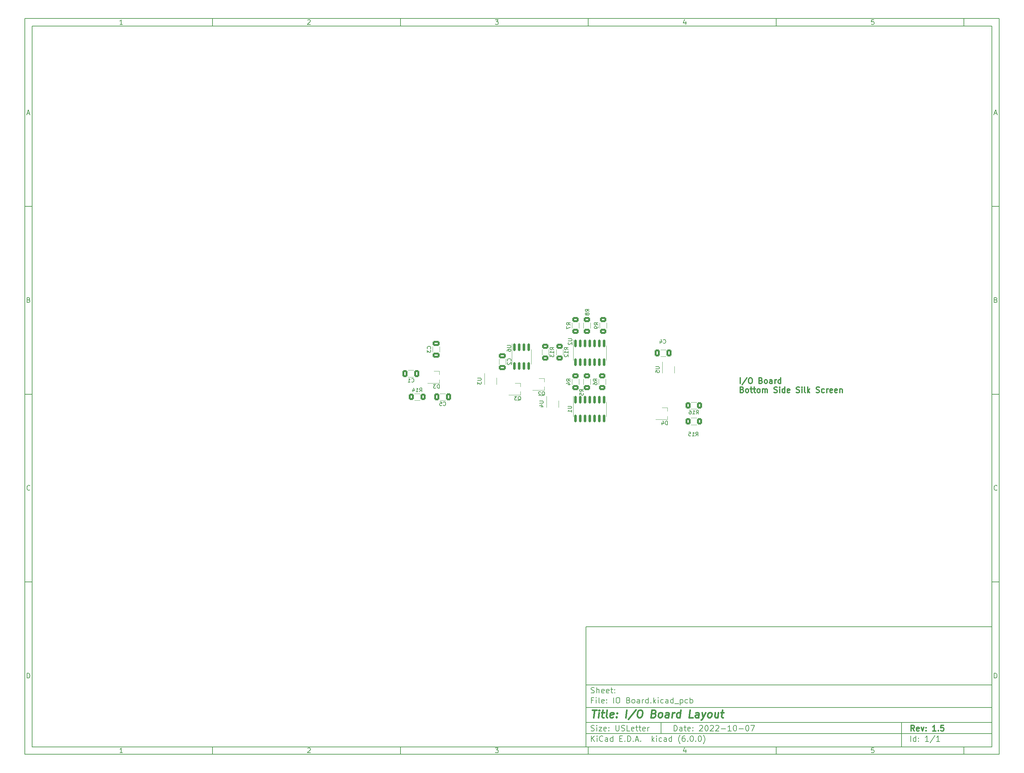
<source format=gbr>
G04 #@! TF.GenerationSoftware,KiCad,Pcbnew,(6.0.0)*
G04 #@! TF.CreationDate,2023-02-09T15:45:20-05:00*
G04 #@! TF.ProjectId,IO Board,494f2042-6f61-4726-942e-6b696361645f,1.5*
G04 #@! TF.SameCoordinates,Original*
G04 #@! TF.FileFunction,Legend,Bot*
G04 #@! TF.FilePolarity,Positive*
%FSLAX46Y46*%
G04 Gerber Fmt 4.6, Leading zero omitted, Abs format (unit mm)*
G04 Created by KiCad (PCBNEW (6.0.0)) date 2023-02-09 15:45:20*
%MOMM*%
%LPD*%
G01*
G04 APERTURE LIST*
G04 Aperture macros list*
%AMRoundRect*
0 Rectangle with rounded corners*
0 $1 Rounding radius*
0 $2 $3 $4 $5 $6 $7 $8 $9 X,Y pos of 4 corners*
0 Add a 4 corners polygon primitive as box body*
4,1,4,$2,$3,$4,$5,$6,$7,$8,$9,$2,$3,0*
0 Add four circle primitives for the rounded corners*
1,1,$1+$1,$2,$3*
1,1,$1+$1,$4,$5*
1,1,$1+$1,$6,$7*
1,1,$1+$1,$8,$9*
0 Add four rect primitives between the rounded corners*
20,1,$1+$1,$2,$3,$4,$5,0*
20,1,$1+$1,$4,$5,$6,$7,0*
20,1,$1+$1,$6,$7,$8,$9,0*
20,1,$1+$1,$8,$9,$2,$3,0*%
G04 Aperture macros list end*
%ADD10C,0.100000*%
%ADD11C,0.150000*%
%ADD12C,0.300000*%
%ADD13C,0.400000*%
%ADD14C,0.120000*%
%ADD15R,1.600000X1.600000*%
%ADD16C,1.600000*%
%ADD17R,1.700000X1.700000*%
%ADD18O,1.700000X1.700000*%
%ADD19R,1.900000X0.800000*%
%ADD20RoundRect,0.250000X-0.625000X0.400000X-0.625000X-0.400000X0.625000X-0.400000X0.625000X0.400000X0*%
%ADD21RoundRect,0.250000X0.625000X-0.400000X0.625000X0.400000X-0.625000X0.400000X-0.625000X-0.400000X0*%
%ADD22R,0.650000X1.560000*%
%ADD23RoundRect,0.250000X-0.412500X-0.650000X0.412500X-0.650000X0.412500X0.650000X-0.412500X0.650000X0*%
%ADD24RoundRect,0.250000X0.650000X-0.412500X0.650000X0.412500X-0.650000X0.412500X-0.650000X-0.412500X0*%
%ADD25RoundRect,0.250000X-0.650000X0.412500X-0.650000X-0.412500X0.650000X-0.412500X0.650000X0.412500X0*%
%ADD26RoundRect,0.250000X0.400000X0.625000X-0.400000X0.625000X-0.400000X-0.625000X0.400000X-0.625000X0*%
%ADD27RoundRect,0.150000X-0.150000X0.825000X-0.150000X-0.825000X0.150000X-0.825000X0.150000X0.825000X0*%
%ADD28RoundRect,0.250000X-0.400000X-0.625000X0.400000X-0.625000X0.400000X0.625000X-0.400000X0.625000X0*%
G04 APERTURE END LIST*
D10*
D11*
X159400000Y-171900000D02*
X159400000Y-203900000D01*
X267400000Y-203900000D01*
X267400000Y-171900000D01*
X159400000Y-171900000D01*
D10*
D11*
X10000000Y-10000000D02*
X10000000Y-205900000D01*
X269400000Y-205900000D01*
X269400000Y-10000000D01*
X10000000Y-10000000D01*
D10*
D11*
X12000000Y-12000000D02*
X12000000Y-203900000D01*
X267400000Y-203900000D01*
X267400000Y-12000000D01*
X12000000Y-12000000D01*
D10*
D11*
X60000000Y-12000000D02*
X60000000Y-10000000D01*
D10*
D11*
X110000000Y-12000000D02*
X110000000Y-10000000D01*
D10*
D11*
X160000000Y-12000000D02*
X160000000Y-10000000D01*
D10*
D11*
X210000000Y-12000000D02*
X210000000Y-10000000D01*
D10*
D11*
X260000000Y-12000000D02*
X260000000Y-10000000D01*
D10*
D11*
X36065476Y-11588095D02*
X35322619Y-11588095D01*
X35694047Y-11588095D02*
X35694047Y-10288095D01*
X35570238Y-10473809D01*
X35446428Y-10597619D01*
X35322619Y-10659523D01*
D10*
D11*
X85322619Y-10411904D02*
X85384523Y-10350000D01*
X85508333Y-10288095D01*
X85817857Y-10288095D01*
X85941666Y-10350000D01*
X86003571Y-10411904D01*
X86065476Y-10535714D01*
X86065476Y-10659523D01*
X86003571Y-10845238D01*
X85260714Y-11588095D01*
X86065476Y-11588095D01*
D10*
D11*
X135260714Y-10288095D02*
X136065476Y-10288095D01*
X135632142Y-10783333D01*
X135817857Y-10783333D01*
X135941666Y-10845238D01*
X136003571Y-10907142D01*
X136065476Y-11030952D01*
X136065476Y-11340476D01*
X136003571Y-11464285D01*
X135941666Y-11526190D01*
X135817857Y-11588095D01*
X135446428Y-11588095D01*
X135322619Y-11526190D01*
X135260714Y-11464285D01*
D10*
D11*
X185941666Y-10721428D02*
X185941666Y-11588095D01*
X185632142Y-10226190D02*
X185322619Y-11154761D01*
X186127380Y-11154761D01*
D10*
D11*
X236003571Y-10288095D02*
X235384523Y-10288095D01*
X235322619Y-10907142D01*
X235384523Y-10845238D01*
X235508333Y-10783333D01*
X235817857Y-10783333D01*
X235941666Y-10845238D01*
X236003571Y-10907142D01*
X236065476Y-11030952D01*
X236065476Y-11340476D01*
X236003571Y-11464285D01*
X235941666Y-11526190D01*
X235817857Y-11588095D01*
X235508333Y-11588095D01*
X235384523Y-11526190D01*
X235322619Y-11464285D01*
D10*
D11*
X60000000Y-203900000D02*
X60000000Y-205900000D01*
D10*
D11*
X110000000Y-203900000D02*
X110000000Y-205900000D01*
D10*
D11*
X160000000Y-203900000D02*
X160000000Y-205900000D01*
D10*
D11*
X210000000Y-203900000D02*
X210000000Y-205900000D01*
D10*
D11*
X260000000Y-203900000D02*
X260000000Y-205900000D01*
D10*
D11*
X36065476Y-205488095D02*
X35322619Y-205488095D01*
X35694047Y-205488095D02*
X35694047Y-204188095D01*
X35570238Y-204373809D01*
X35446428Y-204497619D01*
X35322619Y-204559523D01*
D10*
D11*
X85322619Y-204311904D02*
X85384523Y-204250000D01*
X85508333Y-204188095D01*
X85817857Y-204188095D01*
X85941666Y-204250000D01*
X86003571Y-204311904D01*
X86065476Y-204435714D01*
X86065476Y-204559523D01*
X86003571Y-204745238D01*
X85260714Y-205488095D01*
X86065476Y-205488095D01*
D10*
D11*
X135260714Y-204188095D02*
X136065476Y-204188095D01*
X135632142Y-204683333D01*
X135817857Y-204683333D01*
X135941666Y-204745238D01*
X136003571Y-204807142D01*
X136065476Y-204930952D01*
X136065476Y-205240476D01*
X136003571Y-205364285D01*
X135941666Y-205426190D01*
X135817857Y-205488095D01*
X135446428Y-205488095D01*
X135322619Y-205426190D01*
X135260714Y-205364285D01*
D10*
D11*
X185941666Y-204621428D02*
X185941666Y-205488095D01*
X185632142Y-204126190D02*
X185322619Y-205054761D01*
X186127380Y-205054761D01*
D10*
D11*
X236003571Y-204188095D02*
X235384523Y-204188095D01*
X235322619Y-204807142D01*
X235384523Y-204745238D01*
X235508333Y-204683333D01*
X235817857Y-204683333D01*
X235941666Y-204745238D01*
X236003571Y-204807142D01*
X236065476Y-204930952D01*
X236065476Y-205240476D01*
X236003571Y-205364285D01*
X235941666Y-205426190D01*
X235817857Y-205488095D01*
X235508333Y-205488095D01*
X235384523Y-205426190D01*
X235322619Y-205364285D01*
D10*
D11*
X10000000Y-60000000D02*
X12000000Y-60000000D01*
D10*
D11*
X10000000Y-110000000D02*
X12000000Y-110000000D01*
D10*
D11*
X10000000Y-160000000D02*
X12000000Y-160000000D01*
D10*
D11*
X10690476Y-35216666D02*
X11309523Y-35216666D01*
X10566666Y-35588095D02*
X11000000Y-34288095D01*
X11433333Y-35588095D01*
D10*
D11*
X11092857Y-84907142D02*
X11278571Y-84969047D01*
X11340476Y-85030952D01*
X11402380Y-85154761D01*
X11402380Y-85340476D01*
X11340476Y-85464285D01*
X11278571Y-85526190D01*
X11154761Y-85588095D01*
X10659523Y-85588095D01*
X10659523Y-84288095D01*
X11092857Y-84288095D01*
X11216666Y-84350000D01*
X11278571Y-84411904D01*
X11340476Y-84535714D01*
X11340476Y-84659523D01*
X11278571Y-84783333D01*
X11216666Y-84845238D01*
X11092857Y-84907142D01*
X10659523Y-84907142D01*
D10*
D11*
X11402380Y-135464285D02*
X11340476Y-135526190D01*
X11154761Y-135588095D01*
X11030952Y-135588095D01*
X10845238Y-135526190D01*
X10721428Y-135402380D01*
X10659523Y-135278571D01*
X10597619Y-135030952D01*
X10597619Y-134845238D01*
X10659523Y-134597619D01*
X10721428Y-134473809D01*
X10845238Y-134350000D01*
X11030952Y-134288095D01*
X11154761Y-134288095D01*
X11340476Y-134350000D01*
X11402380Y-134411904D01*
D10*
D11*
X10659523Y-185588095D02*
X10659523Y-184288095D01*
X10969047Y-184288095D01*
X11154761Y-184350000D01*
X11278571Y-184473809D01*
X11340476Y-184597619D01*
X11402380Y-184845238D01*
X11402380Y-185030952D01*
X11340476Y-185278571D01*
X11278571Y-185402380D01*
X11154761Y-185526190D01*
X10969047Y-185588095D01*
X10659523Y-185588095D01*
D10*
D11*
X269400000Y-60000000D02*
X267400000Y-60000000D01*
D10*
D11*
X269400000Y-110000000D02*
X267400000Y-110000000D01*
D10*
D11*
X269400000Y-160000000D02*
X267400000Y-160000000D01*
D10*
D11*
X268090476Y-35216666D02*
X268709523Y-35216666D01*
X267966666Y-35588095D02*
X268400000Y-34288095D01*
X268833333Y-35588095D01*
D10*
D11*
X268492857Y-84907142D02*
X268678571Y-84969047D01*
X268740476Y-85030952D01*
X268802380Y-85154761D01*
X268802380Y-85340476D01*
X268740476Y-85464285D01*
X268678571Y-85526190D01*
X268554761Y-85588095D01*
X268059523Y-85588095D01*
X268059523Y-84288095D01*
X268492857Y-84288095D01*
X268616666Y-84350000D01*
X268678571Y-84411904D01*
X268740476Y-84535714D01*
X268740476Y-84659523D01*
X268678571Y-84783333D01*
X268616666Y-84845238D01*
X268492857Y-84907142D01*
X268059523Y-84907142D01*
D10*
D11*
X268802380Y-135464285D02*
X268740476Y-135526190D01*
X268554761Y-135588095D01*
X268430952Y-135588095D01*
X268245238Y-135526190D01*
X268121428Y-135402380D01*
X268059523Y-135278571D01*
X267997619Y-135030952D01*
X267997619Y-134845238D01*
X268059523Y-134597619D01*
X268121428Y-134473809D01*
X268245238Y-134350000D01*
X268430952Y-134288095D01*
X268554761Y-134288095D01*
X268740476Y-134350000D01*
X268802380Y-134411904D01*
D10*
D11*
X268059523Y-185588095D02*
X268059523Y-184288095D01*
X268369047Y-184288095D01*
X268554761Y-184350000D01*
X268678571Y-184473809D01*
X268740476Y-184597619D01*
X268802380Y-184845238D01*
X268802380Y-185030952D01*
X268740476Y-185278571D01*
X268678571Y-185402380D01*
X268554761Y-185526190D01*
X268369047Y-185588095D01*
X268059523Y-185588095D01*
D10*
D11*
X182832142Y-199678571D02*
X182832142Y-198178571D01*
X183189285Y-198178571D01*
X183403571Y-198250000D01*
X183546428Y-198392857D01*
X183617857Y-198535714D01*
X183689285Y-198821428D01*
X183689285Y-199035714D01*
X183617857Y-199321428D01*
X183546428Y-199464285D01*
X183403571Y-199607142D01*
X183189285Y-199678571D01*
X182832142Y-199678571D01*
X184975000Y-199678571D02*
X184975000Y-198892857D01*
X184903571Y-198750000D01*
X184760714Y-198678571D01*
X184475000Y-198678571D01*
X184332142Y-198750000D01*
X184975000Y-199607142D02*
X184832142Y-199678571D01*
X184475000Y-199678571D01*
X184332142Y-199607142D01*
X184260714Y-199464285D01*
X184260714Y-199321428D01*
X184332142Y-199178571D01*
X184475000Y-199107142D01*
X184832142Y-199107142D01*
X184975000Y-199035714D01*
X185475000Y-198678571D02*
X186046428Y-198678571D01*
X185689285Y-198178571D02*
X185689285Y-199464285D01*
X185760714Y-199607142D01*
X185903571Y-199678571D01*
X186046428Y-199678571D01*
X187117857Y-199607142D02*
X186975000Y-199678571D01*
X186689285Y-199678571D01*
X186546428Y-199607142D01*
X186475000Y-199464285D01*
X186475000Y-198892857D01*
X186546428Y-198750000D01*
X186689285Y-198678571D01*
X186975000Y-198678571D01*
X187117857Y-198750000D01*
X187189285Y-198892857D01*
X187189285Y-199035714D01*
X186475000Y-199178571D01*
X187832142Y-199535714D02*
X187903571Y-199607142D01*
X187832142Y-199678571D01*
X187760714Y-199607142D01*
X187832142Y-199535714D01*
X187832142Y-199678571D01*
X187832142Y-198750000D02*
X187903571Y-198821428D01*
X187832142Y-198892857D01*
X187760714Y-198821428D01*
X187832142Y-198750000D01*
X187832142Y-198892857D01*
X189617857Y-198321428D02*
X189689285Y-198250000D01*
X189832142Y-198178571D01*
X190189285Y-198178571D01*
X190332142Y-198250000D01*
X190403571Y-198321428D01*
X190475000Y-198464285D01*
X190475000Y-198607142D01*
X190403571Y-198821428D01*
X189546428Y-199678571D01*
X190475000Y-199678571D01*
X191403571Y-198178571D02*
X191546428Y-198178571D01*
X191689285Y-198250000D01*
X191760714Y-198321428D01*
X191832142Y-198464285D01*
X191903571Y-198750000D01*
X191903571Y-199107142D01*
X191832142Y-199392857D01*
X191760714Y-199535714D01*
X191689285Y-199607142D01*
X191546428Y-199678571D01*
X191403571Y-199678571D01*
X191260714Y-199607142D01*
X191189285Y-199535714D01*
X191117857Y-199392857D01*
X191046428Y-199107142D01*
X191046428Y-198750000D01*
X191117857Y-198464285D01*
X191189285Y-198321428D01*
X191260714Y-198250000D01*
X191403571Y-198178571D01*
X192475000Y-198321428D02*
X192546428Y-198250000D01*
X192689285Y-198178571D01*
X193046428Y-198178571D01*
X193189285Y-198250000D01*
X193260714Y-198321428D01*
X193332142Y-198464285D01*
X193332142Y-198607142D01*
X193260714Y-198821428D01*
X192403571Y-199678571D01*
X193332142Y-199678571D01*
X193903571Y-198321428D02*
X193975000Y-198250000D01*
X194117857Y-198178571D01*
X194475000Y-198178571D01*
X194617857Y-198250000D01*
X194689285Y-198321428D01*
X194760714Y-198464285D01*
X194760714Y-198607142D01*
X194689285Y-198821428D01*
X193832142Y-199678571D01*
X194760714Y-199678571D01*
X195403571Y-199107142D02*
X196546428Y-199107142D01*
X198046428Y-199678571D02*
X197189285Y-199678571D01*
X197617857Y-199678571D02*
X197617857Y-198178571D01*
X197475000Y-198392857D01*
X197332142Y-198535714D01*
X197189285Y-198607142D01*
X198975000Y-198178571D02*
X199117857Y-198178571D01*
X199260714Y-198250000D01*
X199332142Y-198321428D01*
X199403571Y-198464285D01*
X199475000Y-198750000D01*
X199475000Y-199107142D01*
X199403571Y-199392857D01*
X199332142Y-199535714D01*
X199260714Y-199607142D01*
X199117857Y-199678571D01*
X198975000Y-199678571D01*
X198832142Y-199607142D01*
X198760714Y-199535714D01*
X198689285Y-199392857D01*
X198617857Y-199107142D01*
X198617857Y-198750000D01*
X198689285Y-198464285D01*
X198760714Y-198321428D01*
X198832142Y-198250000D01*
X198975000Y-198178571D01*
X200117857Y-199107142D02*
X201260714Y-199107142D01*
X202260714Y-198178571D02*
X202403571Y-198178571D01*
X202546428Y-198250000D01*
X202617857Y-198321428D01*
X202689285Y-198464285D01*
X202760714Y-198750000D01*
X202760714Y-199107142D01*
X202689285Y-199392857D01*
X202617857Y-199535714D01*
X202546428Y-199607142D01*
X202403571Y-199678571D01*
X202260714Y-199678571D01*
X202117857Y-199607142D01*
X202046428Y-199535714D01*
X201975000Y-199392857D01*
X201903571Y-199107142D01*
X201903571Y-198750000D01*
X201975000Y-198464285D01*
X202046428Y-198321428D01*
X202117857Y-198250000D01*
X202260714Y-198178571D01*
X203260714Y-198178571D02*
X204260714Y-198178571D01*
X203617857Y-199678571D01*
D10*
D11*
X159400000Y-200400000D02*
X267400000Y-200400000D01*
D10*
D11*
X160832142Y-202478571D02*
X160832142Y-200978571D01*
X161689285Y-202478571D02*
X161046428Y-201621428D01*
X161689285Y-200978571D02*
X160832142Y-201835714D01*
X162332142Y-202478571D02*
X162332142Y-201478571D01*
X162332142Y-200978571D02*
X162260714Y-201050000D01*
X162332142Y-201121428D01*
X162403571Y-201050000D01*
X162332142Y-200978571D01*
X162332142Y-201121428D01*
X163903571Y-202335714D02*
X163832142Y-202407142D01*
X163617857Y-202478571D01*
X163475000Y-202478571D01*
X163260714Y-202407142D01*
X163117857Y-202264285D01*
X163046428Y-202121428D01*
X162975000Y-201835714D01*
X162975000Y-201621428D01*
X163046428Y-201335714D01*
X163117857Y-201192857D01*
X163260714Y-201050000D01*
X163475000Y-200978571D01*
X163617857Y-200978571D01*
X163832142Y-201050000D01*
X163903571Y-201121428D01*
X165189285Y-202478571D02*
X165189285Y-201692857D01*
X165117857Y-201550000D01*
X164975000Y-201478571D01*
X164689285Y-201478571D01*
X164546428Y-201550000D01*
X165189285Y-202407142D02*
X165046428Y-202478571D01*
X164689285Y-202478571D01*
X164546428Y-202407142D01*
X164475000Y-202264285D01*
X164475000Y-202121428D01*
X164546428Y-201978571D01*
X164689285Y-201907142D01*
X165046428Y-201907142D01*
X165189285Y-201835714D01*
X166546428Y-202478571D02*
X166546428Y-200978571D01*
X166546428Y-202407142D02*
X166403571Y-202478571D01*
X166117857Y-202478571D01*
X165975000Y-202407142D01*
X165903571Y-202335714D01*
X165832142Y-202192857D01*
X165832142Y-201764285D01*
X165903571Y-201621428D01*
X165975000Y-201550000D01*
X166117857Y-201478571D01*
X166403571Y-201478571D01*
X166546428Y-201550000D01*
X168403571Y-201692857D02*
X168903571Y-201692857D01*
X169117857Y-202478571D02*
X168403571Y-202478571D01*
X168403571Y-200978571D01*
X169117857Y-200978571D01*
X169760714Y-202335714D02*
X169832142Y-202407142D01*
X169760714Y-202478571D01*
X169689285Y-202407142D01*
X169760714Y-202335714D01*
X169760714Y-202478571D01*
X170475000Y-202478571D02*
X170475000Y-200978571D01*
X170832142Y-200978571D01*
X171046428Y-201050000D01*
X171189285Y-201192857D01*
X171260714Y-201335714D01*
X171332142Y-201621428D01*
X171332142Y-201835714D01*
X171260714Y-202121428D01*
X171189285Y-202264285D01*
X171046428Y-202407142D01*
X170832142Y-202478571D01*
X170475000Y-202478571D01*
X171975000Y-202335714D02*
X172046428Y-202407142D01*
X171975000Y-202478571D01*
X171903571Y-202407142D01*
X171975000Y-202335714D01*
X171975000Y-202478571D01*
X172617857Y-202050000D02*
X173332142Y-202050000D01*
X172475000Y-202478571D02*
X172975000Y-200978571D01*
X173475000Y-202478571D01*
X173975000Y-202335714D02*
X174046428Y-202407142D01*
X173975000Y-202478571D01*
X173903571Y-202407142D01*
X173975000Y-202335714D01*
X173975000Y-202478571D01*
X176975000Y-202478571D02*
X176975000Y-200978571D01*
X177117857Y-201907142D02*
X177546428Y-202478571D01*
X177546428Y-201478571D02*
X176975000Y-202050000D01*
X178189285Y-202478571D02*
X178189285Y-201478571D01*
X178189285Y-200978571D02*
X178117857Y-201050000D01*
X178189285Y-201121428D01*
X178260714Y-201050000D01*
X178189285Y-200978571D01*
X178189285Y-201121428D01*
X179546428Y-202407142D02*
X179403571Y-202478571D01*
X179117857Y-202478571D01*
X178975000Y-202407142D01*
X178903571Y-202335714D01*
X178832142Y-202192857D01*
X178832142Y-201764285D01*
X178903571Y-201621428D01*
X178975000Y-201550000D01*
X179117857Y-201478571D01*
X179403571Y-201478571D01*
X179546428Y-201550000D01*
X180832142Y-202478571D02*
X180832142Y-201692857D01*
X180760714Y-201550000D01*
X180617857Y-201478571D01*
X180332142Y-201478571D01*
X180189285Y-201550000D01*
X180832142Y-202407142D02*
X180689285Y-202478571D01*
X180332142Y-202478571D01*
X180189285Y-202407142D01*
X180117857Y-202264285D01*
X180117857Y-202121428D01*
X180189285Y-201978571D01*
X180332142Y-201907142D01*
X180689285Y-201907142D01*
X180832142Y-201835714D01*
X182189285Y-202478571D02*
X182189285Y-200978571D01*
X182189285Y-202407142D02*
X182046428Y-202478571D01*
X181760714Y-202478571D01*
X181617857Y-202407142D01*
X181546428Y-202335714D01*
X181475000Y-202192857D01*
X181475000Y-201764285D01*
X181546428Y-201621428D01*
X181617857Y-201550000D01*
X181760714Y-201478571D01*
X182046428Y-201478571D01*
X182189285Y-201550000D01*
X184475000Y-203050000D02*
X184403571Y-202978571D01*
X184260714Y-202764285D01*
X184189285Y-202621428D01*
X184117857Y-202407142D01*
X184046428Y-202050000D01*
X184046428Y-201764285D01*
X184117857Y-201407142D01*
X184189285Y-201192857D01*
X184260714Y-201050000D01*
X184403571Y-200835714D01*
X184475000Y-200764285D01*
X185689285Y-200978571D02*
X185403571Y-200978571D01*
X185260714Y-201050000D01*
X185189285Y-201121428D01*
X185046428Y-201335714D01*
X184975000Y-201621428D01*
X184975000Y-202192857D01*
X185046428Y-202335714D01*
X185117857Y-202407142D01*
X185260714Y-202478571D01*
X185546428Y-202478571D01*
X185689285Y-202407142D01*
X185760714Y-202335714D01*
X185832142Y-202192857D01*
X185832142Y-201835714D01*
X185760714Y-201692857D01*
X185689285Y-201621428D01*
X185546428Y-201550000D01*
X185260714Y-201550000D01*
X185117857Y-201621428D01*
X185046428Y-201692857D01*
X184975000Y-201835714D01*
X186475000Y-202335714D02*
X186546428Y-202407142D01*
X186475000Y-202478571D01*
X186403571Y-202407142D01*
X186475000Y-202335714D01*
X186475000Y-202478571D01*
X187475000Y-200978571D02*
X187617857Y-200978571D01*
X187760714Y-201050000D01*
X187832142Y-201121428D01*
X187903571Y-201264285D01*
X187975000Y-201550000D01*
X187975000Y-201907142D01*
X187903571Y-202192857D01*
X187832142Y-202335714D01*
X187760714Y-202407142D01*
X187617857Y-202478571D01*
X187475000Y-202478571D01*
X187332142Y-202407142D01*
X187260714Y-202335714D01*
X187189285Y-202192857D01*
X187117857Y-201907142D01*
X187117857Y-201550000D01*
X187189285Y-201264285D01*
X187260714Y-201121428D01*
X187332142Y-201050000D01*
X187475000Y-200978571D01*
X188617857Y-202335714D02*
X188689285Y-202407142D01*
X188617857Y-202478571D01*
X188546428Y-202407142D01*
X188617857Y-202335714D01*
X188617857Y-202478571D01*
X189617857Y-200978571D02*
X189760714Y-200978571D01*
X189903571Y-201050000D01*
X189975000Y-201121428D01*
X190046428Y-201264285D01*
X190117857Y-201550000D01*
X190117857Y-201907142D01*
X190046428Y-202192857D01*
X189975000Y-202335714D01*
X189903571Y-202407142D01*
X189760714Y-202478571D01*
X189617857Y-202478571D01*
X189475000Y-202407142D01*
X189403571Y-202335714D01*
X189332142Y-202192857D01*
X189260714Y-201907142D01*
X189260714Y-201550000D01*
X189332142Y-201264285D01*
X189403571Y-201121428D01*
X189475000Y-201050000D01*
X189617857Y-200978571D01*
X190617857Y-203050000D02*
X190689285Y-202978571D01*
X190832142Y-202764285D01*
X190903571Y-202621428D01*
X190975000Y-202407142D01*
X191046428Y-202050000D01*
X191046428Y-201764285D01*
X190975000Y-201407142D01*
X190903571Y-201192857D01*
X190832142Y-201050000D01*
X190689285Y-200835714D01*
X190617857Y-200764285D01*
D10*
D11*
X159400000Y-197400000D02*
X267400000Y-197400000D01*
D10*
D12*
X246809285Y-199678571D02*
X246309285Y-198964285D01*
X245952142Y-199678571D02*
X245952142Y-198178571D01*
X246523571Y-198178571D01*
X246666428Y-198250000D01*
X246737857Y-198321428D01*
X246809285Y-198464285D01*
X246809285Y-198678571D01*
X246737857Y-198821428D01*
X246666428Y-198892857D01*
X246523571Y-198964285D01*
X245952142Y-198964285D01*
X248023571Y-199607142D02*
X247880714Y-199678571D01*
X247595000Y-199678571D01*
X247452142Y-199607142D01*
X247380714Y-199464285D01*
X247380714Y-198892857D01*
X247452142Y-198750000D01*
X247595000Y-198678571D01*
X247880714Y-198678571D01*
X248023571Y-198750000D01*
X248095000Y-198892857D01*
X248095000Y-199035714D01*
X247380714Y-199178571D01*
X248595000Y-198678571D02*
X248952142Y-199678571D01*
X249309285Y-198678571D01*
X249880714Y-199535714D02*
X249952142Y-199607142D01*
X249880714Y-199678571D01*
X249809285Y-199607142D01*
X249880714Y-199535714D01*
X249880714Y-199678571D01*
X249880714Y-198750000D02*
X249952142Y-198821428D01*
X249880714Y-198892857D01*
X249809285Y-198821428D01*
X249880714Y-198750000D01*
X249880714Y-198892857D01*
X252523571Y-199678571D02*
X251666428Y-199678571D01*
X252095000Y-199678571D02*
X252095000Y-198178571D01*
X251952142Y-198392857D01*
X251809285Y-198535714D01*
X251666428Y-198607142D01*
X253166428Y-199535714D02*
X253237857Y-199607142D01*
X253166428Y-199678571D01*
X253095000Y-199607142D01*
X253166428Y-199535714D01*
X253166428Y-199678571D01*
X254595000Y-198178571D02*
X253880714Y-198178571D01*
X253809285Y-198892857D01*
X253880714Y-198821428D01*
X254023571Y-198750000D01*
X254380714Y-198750000D01*
X254523571Y-198821428D01*
X254595000Y-198892857D01*
X254666428Y-199035714D01*
X254666428Y-199392857D01*
X254595000Y-199535714D01*
X254523571Y-199607142D01*
X254380714Y-199678571D01*
X254023571Y-199678571D01*
X253880714Y-199607142D01*
X253809285Y-199535714D01*
D10*
D11*
X160760714Y-199607142D02*
X160975000Y-199678571D01*
X161332142Y-199678571D01*
X161475000Y-199607142D01*
X161546428Y-199535714D01*
X161617857Y-199392857D01*
X161617857Y-199250000D01*
X161546428Y-199107142D01*
X161475000Y-199035714D01*
X161332142Y-198964285D01*
X161046428Y-198892857D01*
X160903571Y-198821428D01*
X160832142Y-198750000D01*
X160760714Y-198607142D01*
X160760714Y-198464285D01*
X160832142Y-198321428D01*
X160903571Y-198250000D01*
X161046428Y-198178571D01*
X161403571Y-198178571D01*
X161617857Y-198250000D01*
X162260714Y-199678571D02*
X162260714Y-198678571D01*
X162260714Y-198178571D02*
X162189285Y-198250000D01*
X162260714Y-198321428D01*
X162332142Y-198250000D01*
X162260714Y-198178571D01*
X162260714Y-198321428D01*
X162832142Y-198678571D02*
X163617857Y-198678571D01*
X162832142Y-199678571D01*
X163617857Y-199678571D01*
X164760714Y-199607142D02*
X164617857Y-199678571D01*
X164332142Y-199678571D01*
X164189285Y-199607142D01*
X164117857Y-199464285D01*
X164117857Y-198892857D01*
X164189285Y-198750000D01*
X164332142Y-198678571D01*
X164617857Y-198678571D01*
X164760714Y-198750000D01*
X164832142Y-198892857D01*
X164832142Y-199035714D01*
X164117857Y-199178571D01*
X165475000Y-199535714D02*
X165546428Y-199607142D01*
X165475000Y-199678571D01*
X165403571Y-199607142D01*
X165475000Y-199535714D01*
X165475000Y-199678571D01*
X165475000Y-198750000D02*
X165546428Y-198821428D01*
X165475000Y-198892857D01*
X165403571Y-198821428D01*
X165475000Y-198750000D01*
X165475000Y-198892857D01*
X167332142Y-198178571D02*
X167332142Y-199392857D01*
X167403571Y-199535714D01*
X167475000Y-199607142D01*
X167617857Y-199678571D01*
X167903571Y-199678571D01*
X168046428Y-199607142D01*
X168117857Y-199535714D01*
X168189285Y-199392857D01*
X168189285Y-198178571D01*
X168832142Y-199607142D02*
X169046428Y-199678571D01*
X169403571Y-199678571D01*
X169546428Y-199607142D01*
X169617857Y-199535714D01*
X169689285Y-199392857D01*
X169689285Y-199250000D01*
X169617857Y-199107142D01*
X169546428Y-199035714D01*
X169403571Y-198964285D01*
X169117857Y-198892857D01*
X168975000Y-198821428D01*
X168903571Y-198750000D01*
X168832142Y-198607142D01*
X168832142Y-198464285D01*
X168903571Y-198321428D01*
X168975000Y-198250000D01*
X169117857Y-198178571D01*
X169475000Y-198178571D01*
X169689285Y-198250000D01*
X171046428Y-199678571D02*
X170332142Y-199678571D01*
X170332142Y-198178571D01*
X172117857Y-199607142D02*
X171975000Y-199678571D01*
X171689285Y-199678571D01*
X171546428Y-199607142D01*
X171475000Y-199464285D01*
X171475000Y-198892857D01*
X171546428Y-198750000D01*
X171689285Y-198678571D01*
X171975000Y-198678571D01*
X172117857Y-198750000D01*
X172189285Y-198892857D01*
X172189285Y-199035714D01*
X171475000Y-199178571D01*
X172617857Y-198678571D02*
X173189285Y-198678571D01*
X172832142Y-198178571D02*
X172832142Y-199464285D01*
X172903571Y-199607142D01*
X173046428Y-199678571D01*
X173189285Y-199678571D01*
X173475000Y-198678571D02*
X174046428Y-198678571D01*
X173689285Y-198178571D02*
X173689285Y-199464285D01*
X173760714Y-199607142D01*
X173903571Y-199678571D01*
X174046428Y-199678571D01*
X175117857Y-199607142D02*
X174975000Y-199678571D01*
X174689285Y-199678571D01*
X174546428Y-199607142D01*
X174475000Y-199464285D01*
X174475000Y-198892857D01*
X174546428Y-198750000D01*
X174689285Y-198678571D01*
X174975000Y-198678571D01*
X175117857Y-198750000D01*
X175189285Y-198892857D01*
X175189285Y-199035714D01*
X174475000Y-199178571D01*
X175832142Y-199678571D02*
X175832142Y-198678571D01*
X175832142Y-198964285D02*
X175903571Y-198821428D01*
X175975000Y-198750000D01*
X176117857Y-198678571D01*
X176260714Y-198678571D01*
D10*
D11*
X245832142Y-202478571D02*
X245832142Y-200978571D01*
X247189285Y-202478571D02*
X247189285Y-200978571D01*
X247189285Y-202407142D02*
X247046428Y-202478571D01*
X246760714Y-202478571D01*
X246617857Y-202407142D01*
X246546428Y-202335714D01*
X246475000Y-202192857D01*
X246475000Y-201764285D01*
X246546428Y-201621428D01*
X246617857Y-201550000D01*
X246760714Y-201478571D01*
X247046428Y-201478571D01*
X247189285Y-201550000D01*
X247903571Y-202335714D02*
X247975000Y-202407142D01*
X247903571Y-202478571D01*
X247832142Y-202407142D01*
X247903571Y-202335714D01*
X247903571Y-202478571D01*
X247903571Y-201550000D02*
X247975000Y-201621428D01*
X247903571Y-201692857D01*
X247832142Y-201621428D01*
X247903571Y-201550000D01*
X247903571Y-201692857D01*
X250546428Y-202478571D02*
X249689285Y-202478571D01*
X250117857Y-202478571D02*
X250117857Y-200978571D01*
X249975000Y-201192857D01*
X249832142Y-201335714D01*
X249689285Y-201407142D01*
X252260714Y-200907142D02*
X250975000Y-202835714D01*
X253546428Y-202478571D02*
X252689285Y-202478571D01*
X253117857Y-202478571D02*
X253117857Y-200978571D01*
X252975000Y-201192857D01*
X252832142Y-201335714D01*
X252689285Y-201407142D01*
D10*
D11*
X159400000Y-193400000D02*
X267400000Y-193400000D01*
D10*
D13*
X161112380Y-194104761D02*
X162255238Y-194104761D01*
X161433809Y-196104761D02*
X161683809Y-194104761D01*
X162671904Y-196104761D02*
X162838571Y-194771428D01*
X162921904Y-194104761D02*
X162814761Y-194200000D01*
X162898095Y-194295238D01*
X163005238Y-194200000D01*
X162921904Y-194104761D01*
X162898095Y-194295238D01*
X163505238Y-194771428D02*
X164267142Y-194771428D01*
X163874285Y-194104761D02*
X163660000Y-195819047D01*
X163731428Y-196009523D01*
X163910000Y-196104761D01*
X164100476Y-196104761D01*
X165052857Y-196104761D02*
X164874285Y-196009523D01*
X164802857Y-195819047D01*
X165017142Y-194104761D01*
X166588571Y-196009523D02*
X166386190Y-196104761D01*
X166005238Y-196104761D01*
X165826666Y-196009523D01*
X165755238Y-195819047D01*
X165850476Y-195057142D01*
X165969523Y-194866666D01*
X166171904Y-194771428D01*
X166552857Y-194771428D01*
X166731428Y-194866666D01*
X166802857Y-195057142D01*
X166779047Y-195247619D01*
X165802857Y-195438095D01*
X167552857Y-195914285D02*
X167636190Y-196009523D01*
X167529047Y-196104761D01*
X167445714Y-196009523D01*
X167552857Y-195914285D01*
X167529047Y-196104761D01*
X167683809Y-194866666D02*
X167767142Y-194961904D01*
X167660000Y-195057142D01*
X167576666Y-194961904D01*
X167683809Y-194866666D01*
X167660000Y-195057142D01*
X170005238Y-196104761D02*
X170255238Y-194104761D01*
X172648095Y-194009523D02*
X170612380Y-196580952D01*
X173683809Y-194104761D02*
X174064761Y-194104761D01*
X174243333Y-194200000D01*
X174410000Y-194390476D01*
X174457619Y-194771428D01*
X174374285Y-195438095D01*
X174231428Y-195819047D01*
X174017142Y-196009523D01*
X173814761Y-196104761D01*
X173433809Y-196104761D01*
X173255238Y-196009523D01*
X173088571Y-195819047D01*
X173040952Y-195438095D01*
X173124285Y-194771428D01*
X173267142Y-194390476D01*
X173481428Y-194200000D01*
X173683809Y-194104761D01*
X177469523Y-195057142D02*
X177743333Y-195152380D01*
X177826666Y-195247619D01*
X177898095Y-195438095D01*
X177862380Y-195723809D01*
X177743333Y-195914285D01*
X177636190Y-196009523D01*
X177433809Y-196104761D01*
X176671904Y-196104761D01*
X176921904Y-194104761D01*
X177588571Y-194104761D01*
X177767142Y-194200000D01*
X177850476Y-194295238D01*
X177921904Y-194485714D01*
X177898095Y-194676190D01*
X177779047Y-194866666D01*
X177671904Y-194961904D01*
X177469523Y-195057142D01*
X176802857Y-195057142D01*
X178957619Y-196104761D02*
X178779047Y-196009523D01*
X178695714Y-195914285D01*
X178624285Y-195723809D01*
X178695714Y-195152380D01*
X178814761Y-194961904D01*
X178921904Y-194866666D01*
X179124285Y-194771428D01*
X179410000Y-194771428D01*
X179588571Y-194866666D01*
X179671904Y-194961904D01*
X179743333Y-195152380D01*
X179671904Y-195723809D01*
X179552857Y-195914285D01*
X179445714Y-196009523D01*
X179243333Y-196104761D01*
X178957619Y-196104761D01*
X181338571Y-196104761D02*
X181469523Y-195057142D01*
X181398095Y-194866666D01*
X181219523Y-194771428D01*
X180838571Y-194771428D01*
X180636190Y-194866666D01*
X181350476Y-196009523D02*
X181148095Y-196104761D01*
X180671904Y-196104761D01*
X180493333Y-196009523D01*
X180421904Y-195819047D01*
X180445714Y-195628571D01*
X180564761Y-195438095D01*
X180767142Y-195342857D01*
X181243333Y-195342857D01*
X181445714Y-195247619D01*
X182290952Y-196104761D02*
X182457619Y-194771428D01*
X182410000Y-195152380D02*
X182529047Y-194961904D01*
X182636190Y-194866666D01*
X182838571Y-194771428D01*
X183029047Y-194771428D01*
X184386190Y-196104761D02*
X184636190Y-194104761D01*
X184398095Y-196009523D02*
X184195714Y-196104761D01*
X183814761Y-196104761D01*
X183636190Y-196009523D01*
X183552857Y-195914285D01*
X183481428Y-195723809D01*
X183552857Y-195152380D01*
X183671904Y-194961904D01*
X183779047Y-194866666D01*
X183981428Y-194771428D01*
X184362380Y-194771428D01*
X184540952Y-194866666D01*
X187814761Y-196104761D02*
X186862380Y-196104761D01*
X187112380Y-194104761D01*
X189338571Y-196104761D02*
X189469523Y-195057142D01*
X189398095Y-194866666D01*
X189219523Y-194771428D01*
X188838571Y-194771428D01*
X188636190Y-194866666D01*
X189350476Y-196009523D02*
X189148095Y-196104761D01*
X188671904Y-196104761D01*
X188493333Y-196009523D01*
X188421904Y-195819047D01*
X188445714Y-195628571D01*
X188564761Y-195438095D01*
X188767142Y-195342857D01*
X189243333Y-195342857D01*
X189445714Y-195247619D01*
X190267142Y-194771428D02*
X190576666Y-196104761D01*
X191219523Y-194771428D02*
X190576666Y-196104761D01*
X190326666Y-196580952D01*
X190219523Y-196676190D01*
X190017142Y-196771428D01*
X192100476Y-196104761D02*
X191921904Y-196009523D01*
X191838571Y-195914285D01*
X191767142Y-195723809D01*
X191838571Y-195152380D01*
X191957619Y-194961904D01*
X192064761Y-194866666D01*
X192267142Y-194771428D01*
X192552857Y-194771428D01*
X192731428Y-194866666D01*
X192814761Y-194961904D01*
X192886190Y-195152380D01*
X192814761Y-195723809D01*
X192695714Y-195914285D01*
X192588571Y-196009523D01*
X192386190Y-196104761D01*
X192100476Y-196104761D01*
X194648095Y-194771428D02*
X194481428Y-196104761D01*
X193790952Y-194771428D02*
X193660000Y-195819047D01*
X193731428Y-196009523D01*
X193910000Y-196104761D01*
X194195714Y-196104761D01*
X194398095Y-196009523D01*
X194505238Y-195914285D01*
X195314761Y-194771428D02*
X196076666Y-194771428D01*
X195683809Y-194104761D02*
X195469523Y-195819047D01*
X195540952Y-196009523D01*
X195719523Y-196104761D01*
X195910000Y-196104761D01*
D10*
D11*
X161332142Y-191492857D02*
X160832142Y-191492857D01*
X160832142Y-192278571D02*
X160832142Y-190778571D01*
X161546428Y-190778571D01*
X162117857Y-192278571D02*
X162117857Y-191278571D01*
X162117857Y-190778571D02*
X162046428Y-190850000D01*
X162117857Y-190921428D01*
X162189285Y-190850000D01*
X162117857Y-190778571D01*
X162117857Y-190921428D01*
X163046428Y-192278571D02*
X162903571Y-192207142D01*
X162832142Y-192064285D01*
X162832142Y-190778571D01*
X164189285Y-192207142D02*
X164046428Y-192278571D01*
X163760714Y-192278571D01*
X163617857Y-192207142D01*
X163546428Y-192064285D01*
X163546428Y-191492857D01*
X163617857Y-191350000D01*
X163760714Y-191278571D01*
X164046428Y-191278571D01*
X164189285Y-191350000D01*
X164260714Y-191492857D01*
X164260714Y-191635714D01*
X163546428Y-191778571D01*
X164903571Y-192135714D02*
X164975000Y-192207142D01*
X164903571Y-192278571D01*
X164832142Y-192207142D01*
X164903571Y-192135714D01*
X164903571Y-192278571D01*
X164903571Y-191350000D02*
X164975000Y-191421428D01*
X164903571Y-191492857D01*
X164832142Y-191421428D01*
X164903571Y-191350000D01*
X164903571Y-191492857D01*
X166760714Y-192278571D02*
X166760714Y-190778571D01*
X167760714Y-190778571D02*
X168046428Y-190778571D01*
X168189285Y-190850000D01*
X168332142Y-190992857D01*
X168403571Y-191278571D01*
X168403571Y-191778571D01*
X168332142Y-192064285D01*
X168189285Y-192207142D01*
X168046428Y-192278571D01*
X167760714Y-192278571D01*
X167617857Y-192207142D01*
X167475000Y-192064285D01*
X167403571Y-191778571D01*
X167403571Y-191278571D01*
X167475000Y-190992857D01*
X167617857Y-190850000D01*
X167760714Y-190778571D01*
X170689285Y-191492857D02*
X170903571Y-191564285D01*
X170975000Y-191635714D01*
X171046428Y-191778571D01*
X171046428Y-191992857D01*
X170975000Y-192135714D01*
X170903571Y-192207142D01*
X170760714Y-192278571D01*
X170189285Y-192278571D01*
X170189285Y-190778571D01*
X170689285Y-190778571D01*
X170832142Y-190850000D01*
X170903571Y-190921428D01*
X170975000Y-191064285D01*
X170975000Y-191207142D01*
X170903571Y-191350000D01*
X170832142Y-191421428D01*
X170689285Y-191492857D01*
X170189285Y-191492857D01*
X171903571Y-192278571D02*
X171760714Y-192207142D01*
X171689285Y-192135714D01*
X171617857Y-191992857D01*
X171617857Y-191564285D01*
X171689285Y-191421428D01*
X171760714Y-191350000D01*
X171903571Y-191278571D01*
X172117857Y-191278571D01*
X172260714Y-191350000D01*
X172332142Y-191421428D01*
X172403571Y-191564285D01*
X172403571Y-191992857D01*
X172332142Y-192135714D01*
X172260714Y-192207142D01*
X172117857Y-192278571D01*
X171903571Y-192278571D01*
X173689285Y-192278571D02*
X173689285Y-191492857D01*
X173617857Y-191350000D01*
X173475000Y-191278571D01*
X173189285Y-191278571D01*
X173046428Y-191350000D01*
X173689285Y-192207142D02*
X173546428Y-192278571D01*
X173189285Y-192278571D01*
X173046428Y-192207142D01*
X172975000Y-192064285D01*
X172975000Y-191921428D01*
X173046428Y-191778571D01*
X173189285Y-191707142D01*
X173546428Y-191707142D01*
X173689285Y-191635714D01*
X174403571Y-192278571D02*
X174403571Y-191278571D01*
X174403571Y-191564285D02*
X174475000Y-191421428D01*
X174546428Y-191350000D01*
X174689285Y-191278571D01*
X174832142Y-191278571D01*
X175975000Y-192278571D02*
X175975000Y-190778571D01*
X175975000Y-192207142D02*
X175832142Y-192278571D01*
X175546428Y-192278571D01*
X175403571Y-192207142D01*
X175332142Y-192135714D01*
X175260714Y-191992857D01*
X175260714Y-191564285D01*
X175332142Y-191421428D01*
X175403571Y-191350000D01*
X175546428Y-191278571D01*
X175832142Y-191278571D01*
X175975000Y-191350000D01*
X176689285Y-192135714D02*
X176760714Y-192207142D01*
X176689285Y-192278571D01*
X176617857Y-192207142D01*
X176689285Y-192135714D01*
X176689285Y-192278571D01*
X177403571Y-192278571D02*
X177403571Y-190778571D01*
X177546428Y-191707142D02*
X177975000Y-192278571D01*
X177975000Y-191278571D02*
X177403571Y-191850000D01*
X178617857Y-192278571D02*
X178617857Y-191278571D01*
X178617857Y-190778571D02*
X178546428Y-190850000D01*
X178617857Y-190921428D01*
X178689285Y-190850000D01*
X178617857Y-190778571D01*
X178617857Y-190921428D01*
X179975000Y-192207142D02*
X179832142Y-192278571D01*
X179546428Y-192278571D01*
X179403571Y-192207142D01*
X179332142Y-192135714D01*
X179260714Y-191992857D01*
X179260714Y-191564285D01*
X179332142Y-191421428D01*
X179403571Y-191350000D01*
X179546428Y-191278571D01*
X179832142Y-191278571D01*
X179975000Y-191350000D01*
X181260714Y-192278571D02*
X181260714Y-191492857D01*
X181189285Y-191350000D01*
X181046428Y-191278571D01*
X180760714Y-191278571D01*
X180617857Y-191350000D01*
X181260714Y-192207142D02*
X181117857Y-192278571D01*
X180760714Y-192278571D01*
X180617857Y-192207142D01*
X180546428Y-192064285D01*
X180546428Y-191921428D01*
X180617857Y-191778571D01*
X180760714Y-191707142D01*
X181117857Y-191707142D01*
X181260714Y-191635714D01*
X182617857Y-192278571D02*
X182617857Y-190778571D01*
X182617857Y-192207142D02*
X182475000Y-192278571D01*
X182189285Y-192278571D01*
X182046428Y-192207142D01*
X181975000Y-192135714D01*
X181903571Y-191992857D01*
X181903571Y-191564285D01*
X181975000Y-191421428D01*
X182046428Y-191350000D01*
X182189285Y-191278571D01*
X182475000Y-191278571D01*
X182617857Y-191350000D01*
X182975000Y-192421428D02*
X184117857Y-192421428D01*
X184475000Y-191278571D02*
X184475000Y-192778571D01*
X184475000Y-191350000D02*
X184617857Y-191278571D01*
X184903571Y-191278571D01*
X185046428Y-191350000D01*
X185117857Y-191421428D01*
X185189285Y-191564285D01*
X185189285Y-191992857D01*
X185117857Y-192135714D01*
X185046428Y-192207142D01*
X184903571Y-192278571D01*
X184617857Y-192278571D01*
X184475000Y-192207142D01*
X186475000Y-192207142D02*
X186332142Y-192278571D01*
X186046428Y-192278571D01*
X185903571Y-192207142D01*
X185832142Y-192135714D01*
X185760714Y-191992857D01*
X185760714Y-191564285D01*
X185832142Y-191421428D01*
X185903571Y-191350000D01*
X186046428Y-191278571D01*
X186332142Y-191278571D01*
X186475000Y-191350000D01*
X187117857Y-192278571D02*
X187117857Y-190778571D01*
X187117857Y-191350000D02*
X187260714Y-191278571D01*
X187546428Y-191278571D01*
X187689285Y-191350000D01*
X187760714Y-191421428D01*
X187832142Y-191564285D01*
X187832142Y-191992857D01*
X187760714Y-192135714D01*
X187689285Y-192207142D01*
X187546428Y-192278571D01*
X187260714Y-192278571D01*
X187117857Y-192207142D01*
D10*
D11*
X159400000Y-187400000D02*
X267400000Y-187400000D01*
D10*
D11*
X160760714Y-189507142D02*
X160975000Y-189578571D01*
X161332142Y-189578571D01*
X161475000Y-189507142D01*
X161546428Y-189435714D01*
X161617857Y-189292857D01*
X161617857Y-189150000D01*
X161546428Y-189007142D01*
X161475000Y-188935714D01*
X161332142Y-188864285D01*
X161046428Y-188792857D01*
X160903571Y-188721428D01*
X160832142Y-188650000D01*
X160760714Y-188507142D01*
X160760714Y-188364285D01*
X160832142Y-188221428D01*
X160903571Y-188150000D01*
X161046428Y-188078571D01*
X161403571Y-188078571D01*
X161617857Y-188150000D01*
X162260714Y-189578571D02*
X162260714Y-188078571D01*
X162903571Y-189578571D02*
X162903571Y-188792857D01*
X162832142Y-188650000D01*
X162689285Y-188578571D01*
X162475000Y-188578571D01*
X162332142Y-188650000D01*
X162260714Y-188721428D01*
X164189285Y-189507142D02*
X164046428Y-189578571D01*
X163760714Y-189578571D01*
X163617857Y-189507142D01*
X163546428Y-189364285D01*
X163546428Y-188792857D01*
X163617857Y-188650000D01*
X163760714Y-188578571D01*
X164046428Y-188578571D01*
X164189285Y-188650000D01*
X164260714Y-188792857D01*
X164260714Y-188935714D01*
X163546428Y-189078571D01*
X165475000Y-189507142D02*
X165332142Y-189578571D01*
X165046428Y-189578571D01*
X164903571Y-189507142D01*
X164832142Y-189364285D01*
X164832142Y-188792857D01*
X164903571Y-188650000D01*
X165046428Y-188578571D01*
X165332142Y-188578571D01*
X165475000Y-188650000D01*
X165546428Y-188792857D01*
X165546428Y-188935714D01*
X164832142Y-189078571D01*
X165975000Y-188578571D02*
X166546428Y-188578571D01*
X166189285Y-188078571D02*
X166189285Y-189364285D01*
X166260714Y-189507142D01*
X166403571Y-189578571D01*
X166546428Y-189578571D01*
X167046428Y-189435714D02*
X167117857Y-189507142D01*
X167046428Y-189578571D01*
X166975000Y-189507142D01*
X167046428Y-189435714D01*
X167046428Y-189578571D01*
X167046428Y-188650000D02*
X167117857Y-188721428D01*
X167046428Y-188792857D01*
X166975000Y-188721428D01*
X167046428Y-188650000D01*
X167046428Y-188792857D01*
D10*
D12*
D10*
D11*
D10*
D11*
D10*
D11*
D10*
D11*
D10*
D11*
X179400000Y-197400000D02*
X179400000Y-200400000D01*
D10*
D11*
X243400000Y-197400000D02*
X243400000Y-203900000D01*
D12*
X200450142Y-107167071D02*
X200450142Y-105667071D01*
X202235857Y-105595642D02*
X200950142Y-107524214D01*
X203021571Y-105667071D02*
X203307285Y-105667071D01*
X203450142Y-105738500D01*
X203593000Y-105881357D01*
X203664428Y-106167071D01*
X203664428Y-106667071D01*
X203593000Y-106952785D01*
X203450142Y-107095642D01*
X203307285Y-107167071D01*
X203021571Y-107167071D01*
X202878714Y-107095642D01*
X202735857Y-106952785D01*
X202664428Y-106667071D01*
X202664428Y-106167071D01*
X202735857Y-105881357D01*
X202878714Y-105738500D01*
X203021571Y-105667071D01*
X205950142Y-106381357D02*
X206164428Y-106452785D01*
X206235857Y-106524214D01*
X206307285Y-106667071D01*
X206307285Y-106881357D01*
X206235857Y-107024214D01*
X206164428Y-107095642D01*
X206021571Y-107167071D01*
X205450142Y-107167071D01*
X205450142Y-105667071D01*
X205950142Y-105667071D01*
X206093000Y-105738500D01*
X206164428Y-105809928D01*
X206235857Y-105952785D01*
X206235857Y-106095642D01*
X206164428Y-106238500D01*
X206093000Y-106309928D01*
X205950142Y-106381357D01*
X205450142Y-106381357D01*
X207164428Y-107167071D02*
X207021571Y-107095642D01*
X206950142Y-107024214D01*
X206878714Y-106881357D01*
X206878714Y-106452785D01*
X206950142Y-106309928D01*
X207021571Y-106238500D01*
X207164428Y-106167071D01*
X207378714Y-106167071D01*
X207521571Y-106238500D01*
X207593000Y-106309928D01*
X207664428Y-106452785D01*
X207664428Y-106881357D01*
X207593000Y-107024214D01*
X207521571Y-107095642D01*
X207378714Y-107167071D01*
X207164428Y-107167071D01*
X208950142Y-107167071D02*
X208950142Y-106381357D01*
X208878714Y-106238500D01*
X208735857Y-106167071D01*
X208450142Y-106167071D01*
X208307285Y-106238500D01*
X208950142Y-107095642D02*
X208807285Y-107167071D01*
X208450142Y-107167071D01*
X208307285Y-107095642D01*
X208235857Y-106952785D01*
X208235857Y-106809928D01*
X208307285Y-106667071D01*
X208450142Y-106595642D01*
X208807285Y-106595642D01*
X208950142Y-106524214D01*
X209664428Y-107167071D02*
X209664428Y-106167071D01*
X209664428Y-106452785D02*
X209735857Y-106309928D01*
X209807285Y-106238500D01*
X209950142Y-106167071D01*
X210093000Y-106167071D01*
X211235857Y-107167071D02*
X211235857Y-105667071D01*
X211235857Y-107095642D02*
X211093000Y-107167071D01*
X210807285Y-107167071D01*
X210664428Y-107095642D01*
X210593000Y-107024214D01*
X210521571Y-106881357D01*
X210521571Y-106452785D01*
X210593000Y-106309928D01*
X210664428Y-106238500D01*
X210807285Y-106167071D01*
X211093000Y-106167071D01*
X211235857Y-106238500D01*
X200950142Y-108796357D02*
X201164428Y-108867785D01*
X201235857Y-108939214D01*
X201307285Y-109082071D01*
X201307285Y-109296357D01*
X201235857Y-109439214D01*
X201164428Y-109510642D01*
X201021571Y-109582071D01*
X200450142Y-109582071D01*
X200450142Y-108082071D01*
X200950142Y-108082071D01*
X201093000Y-108153500D01*
X201164428Y-108224928D01*
X201235857Y-108367785D01*
X201235857Y-108510642D01*
X201164428Y-108653500D01*
X201093000Y-108724928D01*
X200950142Y-108796357D01*
X200450142Y-108796357D01*
X202164428Y-109582071D02*
X202021571Y-109510642D01*
X201950142Y-109439214D01*
X201878714Y-109296357D01*
X201878714Y-108867785D01*
X201950142Y-108724928D01*
X202021571Y-108653500D01*
X202164428Y-108582071D01*
X202378714Y-108582071D01*
X202521571Y-108653500D01*
X202593000Y-108724928D01*
X202664428Y-108867785D01*
X202664428Y-109296357D01*
X202593000Y-109439214D01*
X202521571Y-109510642D01*
X202378714Y-109582071D01*
X202164428Y-109582071D01*
X203093000Y-108582071D02*
X203664428Y-108582071D01*
X203307285Y-108082071D02*
X203307285Y-109367785D01*
X203378714Y-109510642D01*
X203521571Y-109582071D01*
X203664428Y-109582071D01*
X203950142Y-108582071D02*
X204521571Y-108582071D01*
X204164428Y-108082071D02*
X204164428Y-109367785D01*
X204235857Y-109510642D01*
X204378714Y-109582071D01*
X204521571Y-109582071D01*
X205235857Y-109582071D02*
X205093000Y-109510642D01*
X205021571Y-109439214D01*
X204950142Y-109296357D01*
X204950142Y-108867785D01*
X205021571Y-108724928D01*
X205093000Y-108653500D01*
X205235857Y-108582071D01*
X205450142Y-108582071D01*
X205593000Y-108653500D01*
X205664428Y-108724928D01*
X205735857Y-108867785D01*
X205735857Y-109296357D01*
X205664428Y-109439214D01*
X205593000Y-109510642D01*
X205450142Y-109582071D01*
X205235857Y-109582071D01*
X206378714Y-109582071D02*
X206378714Y-108582071D01*
X206378714Y-108724928D02*
X206450142Y-108653500D01*
X206593000Y-108582071D01*
X206807285Y-108582071D01*
X206950142Y-108653500D01*
X207021571Y-108796357D01*
X207021571Y-109582071D01*
X207021571Y-108796357D02*
X207093000Y-108653500D01*
X207235857Y-108582071D01*
X207450142Y-108582071D01*
X207593000Y-108653500D01*
X207664428Y-108796357D01*
X207664428Y-109582071D01*
X209450142Y-109510642D02*
X209664428Y-109582071D01*
X210021571Y-109582071D01*
X210164428Y-109510642D01*
X210235857Y-109439214D01*
X210307285Y-109296357D01*
X210307285Y-109153500D01*
X210235857Y-109010642D01*
X210164428Y-108939214D01*
X210021571Y-108867785D01*
X209735857Y-108796357D01*
X209593000Y-108724928D01*
X209521571Y-108653500D01*
X209450142Y-108510642D01*
X209450142Y-108367785D01*
X209521571Y-108224928D01*
X209593000Y-108153500D01*
X209735857Y-108082071D01*
X210093000Y-108082071D01*
X210307285Y-108153500D01*
X210950142Y-109582071D02*
X210950142Y-108582071D01*
X210950142Y-108082071D02*
X210878714Y-108153500D01*
X210950142Y-108224928D01*
X211021571Y-108153500D01*
X210950142Y-108082071D01*
X210950142Y-108224928D01*
X212307285Y-109582071D02*
X212307285Y-108082071D01*
X212307285Y-109510642D02*
X212164428Y-109582071D01*
X211878714Y-109582071D01*
X211735857Y-109510642D01*
X211664428Y-109439214D01*
X211593000Y-109296357D01*
X211593000Y-108867785D01*
X211664428Y-108724928D01*
X211735857Y-108653500D01*
X211878714Y-108582071D01*
X212164428Y-108582071D01*
X212307285Y-108653500D01*
X213593000Y-109510642D02*
X213450142Y-109582071D01*
X213164428Y-109582071D01*
X213021571Y-109510642D01*
X212950142Y-109367785D01*
X212950142Y-108796357D01*
X213021571Y-108653500D01*
X213164428Y-108582071D01*
X213450142Y-108582071D01*
X213593000Y-108653500D01*
X213664428Y-108796357D01*
X213664428Y-108939214D01*
X212950142Y-109082071D01*
X215378714Y-109510642D02*
X215593000Y-109582071D01*
X215950142Y-109582071D01*
X216093000Y-109510642D01*
X216164428Y-109439214D01*
X216235857Y-109296357D01*
X216235857Y-109153500D01*
X216164428Y-109010642D01*
X216093000Y-108939214D01*
X215950142Y-108867785D01*
X215664428Y-108796357D01*
X215521571Y-108724928D01*
X215450142Y-108653500D01*
X215378714Y-108510642D01*
X215378714Y-108367785D01*
X215450142Y-108224928D01*
X215521571Y-108153500D01*
X215664428Y-108082071D01*
X216021571Y-108082071D01*
X216235857Y-108153500D01*
X216878714Y-109582071D02*
X216878714Y-108582071D01*
X216878714Y-108082071D02*
X216807285Y-108153500D01*
X216878714Y-108224928D01*
X216950142Y-108153500D01*
X216878714Y-108082071D01*
X216878714Y-108224928D01*
X217807285Y-109582071D02*
X217664428Y-109510642D01*
X217593000Y-109367785D01*
X217593000Y-108082071D01*
X218378714Y-109582071D02*
X218378714Y-108082071D01*
X218521571Y-109010642D02*
X218950142Y-109582071D01*
X218950142Y-108582071D02*
X218378714Y-109153500D01*
X220664428Y-109510642D02*
X220878714Y-109582071D01*
X221235857Y-109582071D01*
X221378714Y-109510642D01*
X221450142Y-109439214D01*
X221521571Y-109296357D01*
X221521571Y-109153500D01*
X221450142Y-109010642D01*
X221378714Y-108939214D01*
X221235857Y-108867785D01*
X220950142Y-108796357D01*
X220807285Y-108724928D01*
X220735857Y-108653500D01*
X220664428Y-108510642D01*
X220664428Y-108367785D01*
X220735857Y-108224928D01*
X220807285Y-108153500D01*
X220950142Y-108082071D01*
X221307285Y-108082071D01*
X221521571Y-108153500D01*
X222807285Y-109510642D02*
X222664428Y-109582071D01*
X222378714Y-109582071D01*
X222235857Y-109510642D01*
X222164428Y-109439214D01*
X222093000Y-109296357D01*
X222093000Y-108867785D01*
X222164428Y-108724928D01*
X222235857Y-108653500D01*
X222378714Y-108582071D01*
X222664428Y-108582071D01*
X222807285Y-108653500D01*
X223450142Y-109582071D02*
X223450142Y-108582071D01*
X223450142Y-108867785D02*
X223521571Y-108724928D01*
X223593000Y-108653500D01*
X223735857Y-108582071D01*
X223878714Y-108582071D01*
X224950142Y-109510642D02*
X224807285Y-109582071D01*
X224521571Y-109582071D01*
X224378714Y-109510642D01*
X224307285Y-109367785D01*
X224307285Y-108796357D01*
X224378714Y-108653500D01*
X224521571Y-108582071D01*
X224807285Y-108582071D01*
X224950142Y-108653500D01*
X225021571Y-108796357D01*
X225021571Y-108939214D01*
X224307285Y-109082071D01*
X226235857Y-109510642D02*
X226093000Y-109582071D01*
X225807285Y-109582071D01*
X225664428Y-109510642D01*
X225593000Y-109367785D01*
X225593000Y-108796357D01*
X225664428Y-108653500D01*
X225807285Y-108582071D01*
X226093000Y-108582071D01*
X226235857Y-108653500D01*
X226307285Y-108796357D01*
X226307285Y-108939214D01*
X225593000Y-109082071D01*
X226950142Y-108582071D02*
X226950142Y-109582071D01*
X226950142Y-108724928D02*
X227021571Y-108653500D01*
X227164428Y-108582071D01*
X227378714Y-108582071D01*
X227521571Y-108653500D01*
X227593000Y-108796357D01*
X227593000Y-109582071D01*
D11*
X147645238Y-110423619D02*
X147740476Y-110376000D01*
X147835714Y-110280761D01*
X147978571Y-110137904D01*
X148073809Y-110090285D01*
X148169047Y-110090285D01*
X148121428Y-110328380D02*
X148216666Y-110280761D01*
X148311904Y-110185523D01*
X148359523Y-109995047D01*
X148359523Y-109661714D01*
X148311904Y-109471238D01*
X148216666Y-109376000D01*
X148121428Y-109328380D01*
X147930952Y-109328380D01*
X147835714Y-109376000D01*
X147740476Y-109471238D01*
X147692857Y-109661714D01*
X147692857Y-109995047D01*
X147740476Y-110185523D01*
X147835714Y-110280761D01*
X147930952Y-110328380D01*
X148121428Y-110328380D01*
X147311904Y-109423619D02*
X147264285Y-109376000D01*
X147169047Y-109328380D01*
X146930952Y-109328380D01*
X146835714Y-109376000D01*
X146788095Y-109423619D01*
X146740476Y-109518857D01*
X146740476Y-109614095D01*
X146788095Y-109756952D01*
X147359523Y-110328380D01*
X146740476Y-110328380D01*
X141295238Y-111693619D02*
X141390476Y-111646000D01*
X141485714Y-111550761D01*
X141628571Y-111407904D01*
X141723809Y-111360285D01*
X141819047Y-111360285D01*
X141771428Y-111598380D02*
X141866666Y-111550761D01*
X141961904Y-111455523D01*
X142009523Y-111265047D01*
X142009523Y-110931714D01*
X141961904Y-110741238D01*
X141866666Y-110646000D01*
X141771428Y-110598380D01*
X141580952Y-110598380D01*
X141485714Y-110646000D01*
X141390476Y-110741238D01*
X141342857Y-110931714D01*
X141342857Y-111265047D01*
X141390476Y-111455523D01*
X141485714Y-111550761D01*
X141580952Y-111598380D01*
X141771428Y-111598380D01*
X141009523Y-110598380D02*
X140390476Y-110598380D01*
X140723809Y-110979333D01*
X140580952Y-110979333D01*
X140485714Y-111026952D01*
X140438095Y-111074571D01*
X140390476Y-111169809D01*
X140390476Y-111407904D01*
X140438095Y-111503142D01*
X140485714Y-111550761D01*
X140580952Y-111598380D01*
X140866666Y-111598380D01*
X140961904Y-111550761D01*
X141009523Y-111503142D01*
X158694380Y-109307333D02*
X158218190Y-108974000D01*
X158694380Y-108735904D02*
X157694380Y-108735904D01*
X157694380Y-109116857D01*
X157742000Y-109212095D01*
X157789619Y-109259714D01*
X157884857Y-109307333D01*
X158027714Y-109307333D01*
X158122952Y-109259714D01*
X158170571Y-109212095D01*
X158218190Y-109116857D01*
X158218190Y-108735904D01*
X157694380Y-110212095D02*
X157694380Y-109735904D01*
X158170571Y-109688285D01*
X158122952Y-109735904D01*
X158075333Y-109831142D01*
X158075333Y-110069238D01*
X158122952Y-110164476D01*
X158170571Y-110212095D01*
X158265809Y-110259714D01*
X158503904Y-110259714D01*
X158599142Y-110212095D01*
X158646761Y-110164476D01*
X158694380Y-110069238D01*
X158694380Y-109831142D01*
X158646761Y-109735904D01*
X158599142Y-109688285D01*
X162335380Y-106549833D02*
X161859190Y-106216500D01*
X162335380Y-105978404D02*
X161335380Y-105978404D01*
X161335380Y-106359357D01*
X161383000Y-106454595D01*
X161430619Y-106502214D01*
X161525857Y-106549833D01*
X161668714Y-106549833D01*
X161763952Y-106502214D01*
X161811571Y-106454595D01*
X161859190Y-106359357D01*
X161859190Y-105978404D01*
X161335380Y-107406976D02*
X161335380Y-107216500D01*
X161383000Y-107121261D01*
X161430619Y-107073642D01*
X161573476Y-106978404D01*
X161763952Y-106930785D01*
X162144904Y-106930785D01*
X162240142Y-106978404D01*
X162287761Y-107026023D01*
X162335380Y-107121261D01*
X162335380Y-107311738D01*
X162287761Y-107406976D01*
X162240142Y-107454595D01*
X162144904Y-107502214D01*
X161906809Y-107502214D01*
X161811571Y-107454595D01*
X161763952Y-107406976D01*
X161716333Y-107311738D01*
X161716333Y-107121261D01*
X161763952Y-107026023D01*
X161811571Y-106978404D01*
X161906809Y-106930785D01*
X155223380Y-91563833D02*
X154747190Y-91230500D01*
X155223380Y-90992404D02*
X154223380Y-90992404D01*
X154223380Y-91373357D01*
X154271000Y-91468595D01*
X154318619Y-91516214D01*
X154413857Y-91563833D01*
X154556714Y-91563833D01*
X154651952Y-91516214D01*
X154699571Y-91468595D01*
X154747190Y-91373357D01*
X154747190Y-90992404D01*
X154223380Y-91897166D02*
X154223380Y-92563833D01*
X155223380Y-92135261D01*
X160218380Y-87971333D02*
X159742190Y-87638000D01*
X160218380Y-87399904D02*
X159218380Y-87399904D01*
X159218380Y-87780857D01*
X159266000Y-87876095D01*
X159313619Y-87923714D01*
X159408857Y-87971333D01*
X159551714Y-87971333D01*
X159646952Y-87923714D01*
X159694571Y-87876095D01*
X159742190Y-87780857D01*
X159742190Y-87399904D01*
X159646952Y-88542761D02*
X159599333Y-88447523D01*
X159551714Y-88399904D01*
X159456476Y-88352285D01*
X159408857Y-88352285D01*
X159313619Y-88399904D01*
X159266000Y-88447523D01*
X159218380Y-88542761D01*
X159218380Y-88733238D01*
X159266000Y-88828476D01*
X159313619Y-88876095D01*
X159408857Y-88923714D01*
X159456476Y-88923714D01*
X159551714Y-88876095D01*
X159599333Y-88828476D01*
X159646952Y-88733238D01*
X159646952Y-88542761D01*
X159694571Y-88447523D01*
X159742190Y-88399904D01*
X159837428Y-88352285D01*
X160027904Y-88352285D01*
X160123142Y-88399904D01*
X160170761Y-88447523D01*
X160218380Y-88542761D01*
X160218380Y-88733238D01*
X160170761Y-88828476D01*
X160123142Y-88876095D01*
X160027904Y-88923714D01*
X159837428Y-88923714D01*
X159742190Y-88876095D01*
X159694571Y-88828476D01*
X159646952Y-88733238D01*
X162589380Y-91563833D02*
X162113190Y-91230500D01*
X162589380Y-90992404D02*
X161589380Y-90992404D01*
X161589380Y-91373357D01*
X161637000Y-91468595D01*
X161684619Y-91516214D01*
X161779857Y-91563833D01*
X161922714Y-91563833D01*
X162017952Y-91516214D01*
X162065571Y-91468595D01*
X162113190Y-91373357D01*
X162113190Y-90992404D01*
X162589380Y-92040023D02*
X162589380Y-92230500D01*
X162541761Y-92325738D01*
X162494142Y-92373357D01*
X162351285Y-92468595D01*
X162160809Y-92516214D01*
X161779857Y-92516214D01*
X161684619Y-92468595D01*
X161637000Y-92420976D01*
X161589380Y-92325738D01*
X161589380Y-92135261D01*
X161637000Y-92040023D01*
X161684619Y-91992404D01*
X161779857Y-91944785D01*
X162017952Y-91944785D01*
X162113190Y-91992404D01*
X162160809Y-92040023D01*
X162208428Y-92135261D01*
X162208428Y-92325738D01*
X162160809Y-92420976D01*
X162113190Y-92468595D01*
X162017952Y-92516214D01*
X150862380Y-98163142D02*
X150386190Y-97829809D01*
X150862380Y-97591714D02*
X149862380Y-97591714D01*
X149862380Y-97972666D01*
X149910000Y-98067904D01*
X149957619Y-98115523D01*
X150052857Y-98163142D01*
X150195714Y-98163142D01*
X150290952Y-98115523D01*
X150338571Y-98067904D01*
X150386190Y-97972666D01*
X150386190Y-97591714D01*
X150862380Y-99115523D02*
X150862380Y-98544095D01*
X150862380Y-98829809D02*
X149862380Y-98829809D01*
X150005238Y-98734571D01*
X150100476Y-98639333D01*
X150148095Y-98544095D01*
X149862380Y-99448857D02*
X149862380Y-100067904D01*
X150243333Y-99734571D01*
X150243333Y-99877428D01*
X150290952Y-99972666D01*
X150338571Y-100020285D01*
X150433809Y-100067904D01*
X150671904Y-100067904D01*
X150767142Y-100020285D01*
X150814761Y-99972666D01*
X150862380Y-99877428D01*
X150862380Y-99591714D01*
X150814761Y-99496476D01*
X150767142Y-99448857D01*
X120348095Y-108423380D02*
X120348095Y-107423380D01*
X120110000Y-107423380D01*
X119967142Y-107471000D01*
X119871904Y-107566238D01*
X119824285Y-107661476D01*
X119776666Y-107851952D01*
X119776666Y-107994809D01*
X119824285Y-108185285D01*
X119871904Y-108280523D01*
X119967142Y-108375761D01*
X120110000Y-108423380D01*
X120348095Y-108423380D01*
X119443333Y-107423380D02*
X118824285Y-107423380D01*
X119157619Y-107804333D01*
X119014761Y-107804333D01*
X118919523Y-107851952D01*
X118871904Y-107899571D01*
X118824285Y-107994809D01*
X118824285Y-108232904D01*
X118871904Y-108328142D01*
X118919523Y-108375761D01*
X119014761Y-108423380D01*
X119300476Y-108423380D01*
X119395714Y-108375761D01*
X119443333Y-108328142D01*
X177908380Y-102696095D02*
X178717904Y-102696095D01*
X178813142Y-102743714D01*
X178860761Y-102791333D01*
X178908380Y-102886571D01*
X178908380Y-103077047D01*
X178860761Y-103172285D01*
X178813142Y-103219904D01*
X178717904Y-103267523D01*
X177908380Y-103267523D01*
X177908380Y-104219904D02*
X177908380Y-103743714D01*
X178384571Y-103696095D01*
X178336952Y-103743714D01*
X178289333Y-103838952D01*
X178289333Y-104077047D01*
X178336952Y-104172285D01*
X178384571Y-104219904D01*
X178479809Y-104267523D01*
X178717904Y-104267523D01*
X178813142Y-104219904D01*
X178860761Y-104172285D01*
X178908380Y-104077047D01*
X178908380Y-103838952D01*
X178860761Y-103743714D01*
X178813142Y-103696095D01*
X130537380Y-105744095D02*
X131346904Y-105744095D01*
X131442142Y-105791714D01*
X131489761Y-105839333D01*
X131537380Y-105934571D01*
X131537380Y-106125047D01*
X131489761Y-106220285D01*
X131442142Y-106267904D01*
X131346904Y-106315523D01*
X130537380Y-106315523D01*
X130537380Y-106696476D02*
X130537380Y-107315523D01*
X130918333Y-106982190D01*
X130918333Y-107125047D01*
X130965952Y-107220285D01*
X131013571Y-107267904D01*
X131108809Y-107315523D01*
X131346904Y-107315523D01*
X131442142Y-107267904D01*
X131489761Y-107220285D01*
X131537380Y-107125047D01*
X131537380Y-106839333D01*
X131489761Y-106744095D01*
X131442142Y-106696476D01*
X112979166Y-106728142D02*
X113026785Y-106775761D01*
X113169642Y-106823380D01*
X113264880Y-106823380D01*
X113407738Y-106775761D01*
X113502976Y-106680523D01*
X113550595Y-106585285D01*
X113598214Y-106394809D01*
X113598214Y-106251952D01*
X113550595Y-106061476D01*
X113502976Y-105966238D01*
X113407738Y-105871000D01*
X113264880Y-105823380D01*
X113169642Y-105823380D01*
X113026785Y-105871000D01*
X112979166Y-105918619D01*
X112026785Y-106823380D02*
X112598214Y-106823380D01*
X112312500Y-106823380D02*
X112312500Y-105823380D01*
X112407738Y-105966238D01*
X112502976Y-106061476D01*
X112598214Y-106109095D01*
X139367142Y-101179333D02*
X139414761Y-101131714D01*
X139462380Y-100988857D01*
X139462380Y-100893619D01*
X139414761Y-100750761D01*
X139319523Y-100655523D01*
X139224285Y-100607904D01*
X139033809Y-100560285D01*
X138890952Y-100560285D01*
X138700476Y-100607904D01*
X138605238Y-100655523D01*
X138510000Y-100750761D01*
X138462380Y-100893619D01*
X138462380Y-100988857D01*
X138510000Y-101131714D01*
X138557619Y-101179333D01*
X138557619Y-101560285D02*
X138510000Y-101607904D01*
X138462380Y-101703142D01*
X138462380Y-101941238D01*
X138510000Y-102036476D01*
X138557619Y-102084095D01*
X138652857Y-102131714D01*
X138748095Y-102131714D01*
X138890952Y-102084095D01*
X139462380Y-101512666D01*
X139462380Y-102131714D01*
X118014142Y-97913833D02*
X118061761Y-97866214D01*
X118109380Y-97723357D01*
X118109380Y-97628119D01*
X118061761Y-97485261D01*
X117966523Y-97390023D01*
X117871285Y-97342404D01*
X117680809Y-97294785D01*
X117537952Y-97294785D01*
X117347476Y-97342404D01*
X117252238Y-97390023D01*
X117157000Y-97485261D01*
X117109380Y-97628119D01*
X117109380Y-97723357D01*
X117157000Y-97866214D01*
X117204619Y-97913833D01*
X117109380Y-98247166D02*
X117109380Y-98866214D01*
X117490333Y-98532880D01*
X117490333Y-98675738D01*
X117537952Y-98770976D01*
X117585571Y-98818595D01*
X117680809Y-98866214D01*
X117918904Y-98866214D01*
X118014142Y-98818595D01*
X118061761Y-98770976D01*
X118109380Y-98675738D01*
X118109380Y-98390023D01*
X118061761Y-98294785D01*
X118014142Y-98247166D01*
X179998666Y-96369142D02*
X180046285Y-96416761D01*
X180189142Y-96464380D01*
X180284380Y-96464380D01*
X180427238Y-96416761D01*
X180522476Y-96321523D01*
X180570095Y-96226285D01*
X180617714Y-96035809D01*
X180617714Y-95892952D01*
X180570095Y-95702476D01*
X180522476Y-95607238D01*
X180427238Y-95512000D01*
X180284380Y-95464380D01*
X180189142Y-95464380D01*
X180046285Y-95512000D01*
X179998666Y-95559619D01*
X179141523Y-95797714D02*
X179141523Y-96464380D01*
X179379619Y-95416761D02*
X179617714Y-96131047D01*
X178998666Y-96131047D01*
X121415166Y-112951142D02*
X121462785Y-112998761D01*
X121605642Y-113046380D01*
X121700880Y-113046380D01*
X121843738Y-112998761D01*
X121938976Y-112903523D01*
X121986595Y-112808285D01*
X122034214Y-112617809D01*
X122034214Y-112474952D01*
X121986595Y-112284476D01*
X121938976Y-112189238D01*
X121843738Y-112094000D01*
X121700880Y-112046380D01*
X121605642Y-112046380D01*
X121462785Y-112094000D01*
X121415166Y-112141619D01*
X120510404Y-112046380D02*
X120986595Y-112046380D01*
X121034214Y-112522571D01*
X120986595Y-112474952D01*
X120891357Y-112427333D01*
X120653261Y-112427333D01*
X120558023Y-112474952D01*
X120510404Y-112522571D01*
X120462785Y-112617809D01*
X120462785Y-112855904D01*
X120510404Y-112951142D01*
X120558023Y-112998761D01*
X120653261Y-113046380D01*
X120891357Y-113046380D01*
X120986595Y-112998761D01*
X121034214Y-112951142D01*
X155223380Y-106549833D02*
X154747190Y-106216500D01*
X155223380Y-105978404D02*
X154223380Y-105978404D01*
X154223380Y-106359357D01*
X154271000Y-106454595D01*
X154318619Y-106502214D01*
X154413857Y-106549833D01*
X154556714Y-106549833D01*
X154651952Y-106502214D01*
X154699571Y-106454595D01*
X154747190Y-106359357D01*
X154747190Y-105978404D01*
X154556714Y-107406976D02*
X155223380Y-107406976D01*
X154175761Y-107168880D02*
X154890047Y-106930785D01*
X154890047Y-107549833D01*
X154672380Y-98163142D02*
X154196190Y-97829809D01*
X154672380Y-97591714D02*
X153672380Y-97591714D01*
X153672380Y-97972666D01*
X153720000Y-98067904D01*
X153767619Y-98115523D01*
X153862857Y-98163142D01*
X154005714Y-98163142D01*
X154100952Y-98115523D01*
X154148571Y-98067904D01*
X154196190Y-97972666D01*
X154196190Y-97591714D01*
X154672380Y-99115523D02*
X154672380Y-98544095D01*
X154672380Y-98829809D02*
X153672380Y-98829809D01*
X153815238Y-98734571D01*
X153910476Y-98639333D01*
X153958095Y-98544095D01*
X153767619Y-99496476D02*
X153720000Y-99544095D01*
X153672380Y-99639333D01*
X153672380Y-99877428D01*
X153720000Y-99972666D01*
X153767619Y-100020285D01*
X153862857Y-100067904D01*
X153958095Y-100067904D01*
X154100952Y-100020285D01*
X154672380Y-99448857D01*
X154672380Y-100067904D01*
X115106357Y-109376380D02*
X115439690Y-108900190D01*
X115677785Y-109376380D02*
X115677785Y-108376380D01*
X115296833Y-108376380D01*
X115201595Y-108424000D01*
X115153976Y-108471619D01*
X115106357Y-108566857D01*
X115106357Y-108709714D01*
X115153976Y-108804952D01*
X115201595Y-108852571D01*
X115296833Y-108900190D01*
X115677785Y-108900190D01*
X114153976Y-109376380D02*
X114725404Y-109376380D01*
X114439690Y-109376380D02*
X114439690Y-108376380D01*
X114534928Y-108519238D01*
X114630166Y-108614476D01*
X114725404Y-108662095D01*
X113296833Y-108709714D02*
X113296833Y-109376380D01*
X113534928Y-108328761D02*
X113773023Y-109043047D01*
X113153976Y-109043047D01*
X154573380Y-113219095D02*
X155382904Y-113219095D01*
X155478142Y-113266714D01*
X155525761Y-113314333D01*
X155573380Y-113409571D01*
X155573380Y-113600047D01*
X155525761Y-113695285D01*
X155478142Y-113742904D01*
X155382904Y-113790523D01*
X154573380Y-113790523D01*
X155573380Y-114790523D02*
X155573380Y-114219095D01*
X155573380Y-114504809D02*
X154573380Y-114504809D01*
X154716238Y-114409571D01*
X154811476Y-114314333D01*
X154859095Y-114219095D01*
X154646380Y-95250095D02*
X155455904Y-95250095D01*
X155551142Y-95297714D01*
X155598761Y-95345333D01*
X155646380Y-95440571D01*
X155646380Y-95631047D01*
X155598761Y-95726285D01*
X155551142Y-95773904D01*
X155455904Y-95821523D01*
X154646380Y-95821523D01*
X154741619Y-96250095D02*
X154694000Y-96297714D01*
X154646380Y-96392952D01*
X154646380Y-96631047D01*
X154694000Y-96726285D01*
X154741619Y-96773904D01*
X154836857Y-96821523D01*
X154932095Y-96821523D01*
X155074952Y-96773904D01*
X155646380Y-96202476D01*
X155646380Y-96821523D01*
X138390380Y-97028095D02*
X139199904Y-97028095D01*
X139295142Y-97075714D01*
X139342761Y-97123333D01*
X139390380Y-97218571D01*
X139390380Y-97409047D01*
X139342761Y-97504285D01*
X139295142Y-97551904D01*
X139199904Y-97599523D01*
X138390380Y-97599523D01*
X138390380Y-98504285D02*
X138390380Y-98313809D01*
X138438000Y-98218571D01*
X138485619Y-98170952D01*
X138628476Y-98075714D01*
X138818952Y-98028095D01*
X139199904Y-98028095D01*
X139295142Y-98075714D01*
X139342761Y-98123333D01*
X139390380Y-98218571D01*
X139390380Y-98409047D01*
X139342761Y-98504285D01*
X139295142Y-98551904D01*
X139199904Y-98599523D01*
X138961809Y-98599523D01*
X138866571Y-98551904D01*
X138818952Y-98504285D01*
X138771333Y-98409047D01*
X138771333Y-98218571D01*
X138818952Y-98123333D01*
X138866571Y-98075714D01*
X138961809Y-98028095D01*
X147047380Y-111840095D02*
X147856904Y-111840095D01*
X147952142Y-111887714D01*
X147999761Y-111935333D01*
X148047380Y-112030571D01*
X148047380Y-112221047D01*
X147999761Y-112316285D01*
X147952142Y-112363904D01*
X147856904Y-112411523D01*
X147047380Y-112411523D01*
X147380714Y-113316285D02*
X148047380Y-113316285D01*
X146999761Y-113078190D02*
X147714047Y-112840095D01*
X147714047Y-113459142D01*
X181054095Y-118141380D02*
X181054095Y-117141380D01*
X180816000Y-117141380D01*
X180673142Y-117189000D01*
X180577904Y-117284238D01*
X180530285Y-117379476D01*
X180482666Y-117569952D01*
X180482666Y-117712809D01*
X180530285Y-117903285D01*
X180577904Y-117998523D01*
X180673142Y-118093761D01*
X180816000Y-118141380D01*
X181054095Y-118141380D01*
X179625523Y-117474714D02*
X179625523Y-118141380D01*
X179863619Y-117093761D02*
X180101714Y-117808047D01*
X179482666Y-117808047D01*
X188602857Y-121102380D02*
X188936190Y-120626190D01*
X189174285Y-121102380D02*
X189174285Y-120102380D01*
X188793333Y-120102380D01*
X188698095Y-120150000D01*
X188650476Y-120197619D01*
X188602857Y-120292857D01*
X188602857Y-120435714D01*
X188650476Y-120530952D01*
X188698095Y-120578571D01*
X188793333Y-120626190D01*
X189174285Y-120626190D01*
X187650476Y-121102380D02*
X188221904Y-121102380D01*
X187936190Y-121102380D02*
X187936190Y-120102380D01*
X188031428Y-120245238D01*
X188126666Y-120340476D01*
X188221904Y-120388095D01*
X186745714Y-120102380D02*
X187221904Y-120102380D01*
X187269523Y-120578571D01*
X187221904Y-120530952D01*
X187126666Y-120483333D01*
X186888571Y-120483333D01*
X186793333Y-120530952D01*
X186745714Y-120578571D01*
X186698095Y-120673809D01*
X186698095Y-120911904D01*
X186745714Y-121007142D01*
X186793333Y-121054761D01*
X186888571Y-121102380D01*
X187126666Y-121102380D01*
X187221904Y-121054761D01*
X187269523Y-121007142D01*
X188729857Y-115302380D02*
X189063190Y-114826190D01*
X189301285Y-115302380D02*
X189301285Y-114302380D01*
X188920333Y-114302380D01*
X188825095Y-114350000D01*
X188777476Y-114397619D01*
X188729857Y-114492857D01*
X188729857Y-114635714D01*
X188777476Y-114730952D01*
X188825095Y-114778571D01*
X188920333Y-114826190D01*
X189301285Y-114826190D01*
X187777476Y-115302380D02*
X188348904Y-115302380D01*
X188063190Y-115302380D02*
X188063190Y-114302380D01*
X188158428Y-114445238D01*
X188253666Y-114540476D01*
X188348904Y-114588095D01*
X186920333Y-114302380D02*
X187110809Y-114302380D01*
X187206047Y-114350000D01*
X187253666Y-114397619D01*
X187348904Y-114540476D01*
X187396523Y-114730952D01*
X187396523Y-115111904D01*
X187348904Y-115207142D01*
X187301285Y-115254761D01*
X187206047Y-115302380D01*
X187015571Y-115302380D01*
X186920333Y-115254761D01*
X186872714Y-115207142D01*
X186825095Y-115111904D01*
X186825095Y-114873809D01*
X186872714Y-114778571D01*
X186920333Y-114730952D01*
X187015571Y-114683333D01*
X187206047Y-114683333D01*
X187301285Y-114730952D01*
X187348904Y-114778571D01*
X187396523Y-114873809D01*
D14*
X148310000Y-105796000D02*
X148310000Y-106726000D01*
X148310000Y-108956000D02*
X148310000Y-108026000D01*
X148310000Y-108956000D02*
X145150000Y-108956000D01*
X148310000Y-105796000D02*
X146850000Y-105796000D01*
X141960000Y-107066000D02*
X140500000Y-107066000D01*
X141960000Y-107066000D02*
X141960000Y-107996000D01*
X141960000Y-110226000D02*
X138800000Y-110226000D01*
X141960000Y-110226000D02*
X141960000Y-109296000D01*
X158729000Y-105989436D02*
X158729000Y-107443564D01*
X160549000Y-105989436D02*
X160549000Y-107443564D01*
X162793000Y-105989436D02*
X162793000Y-107443564D01*
X164613000Y-105989436D02*
X164613000Y-107443564D01*
X157501000Y-91003436D02*
X157501000Y-92457564D01*
X155681000Y-91003436D02*
X155681000Y-92457564D01*
X160549000Y-91003436D02*
X160549000Y-92457564D01*
X158729000Y-91003436D02*
X158729000Y-92457564D01*
X163047000Y-91003436D02*
X163047000Y-92457564D01*
X164867000Y-91003436D02*
X164867000Y-92457564D01*
X149500000Y-99533064D02*
X149500000Y-98078936D01*
X147680000Y-99533064D02*
X147680000Y-98078936D01*
X120370000Y-107051000D02*
X117210000Y-107051000D01*
X120370000Y-107051000D02*
X120370000Y-106121000D01*
X120370000Y-103891000D02*
X118910000Y-103891000D01*
X120370000Y-103891000D02*
X120370000Y-104821000D01*
X182966000Y-102558000D02*
X182966000Y-104358000D01*
X179746000Y-104358000D02*
X179746000Y-101408000D01*
X135595000Y-105606000D02*
X135595000Y-107406000D01*
X132375000Y-107406000D02*
X132375000Y-104456000D01*
X112101248Y-105431000D02*
X113523752Y-105431000D01*
X112101248Y-103611000D02*
X113523752Y-103611000D01*
X138070000Y-102057252D02*
X138070000Y-100634748D01*
X136250000Y-102057252D02*
X136250000Y-100634748D01*
X120417000Y-97369248D02*
X120417000Y-98791752D01*
X118597000Y-97369248D02*
X118597000Y-98791752D01*
X179247748Y-99970000D02*
X180670252Y-99970000D01*
X179247748Y-98150000D02*
X180670252Y-98150000D01*
X120537248Y-109834000D02*
X121959752Y-109834000D01*
X120537248Y-111654000D02*
X121959752Y-111654000D01*
X157501000Y-105989436D02*
X157501000Y-107443564D01*
X155681000Y-105989436D02*
X155681000Y-107443564D01*
X151490000Y-99533064D02*
X151490000Y-98078936D01*
X153310000Y-99533064D02*
X153310000Y-98078936D01*
X115190564Y-109834000D02*
X113736436Y-109834000D01*
X115190564Y-111654000D02*
X113736436Y-111654000D01*
X164836000Y-113981000D02*
X164836000Y-112031000D01*
X155966000Y-113981000D02*
X155966000Y-110531000D01*
X164836000Y-113981000D02*
X164836000Y-115931000D01*
X155966000Y-113981000D02*
X155966000Y-115931000D01*
X155966000Y-98995000D02*
X155966000Y-95545000D01*
X164836000Y-98995000D02*
X164836000Y-97045000D01*
X155966000Y-98995000D02*
X155966000Y-100945000D01*
X164836000Y-98995000D02*
X164836000Y-100945000D01*
X139680000Y-100011000D02*
X139680000Y-101961000D01*
X144800000Y-100011000D02*
X144800000Y-101961000D01*
X144800000Y-100011000D02*
X144800000Y-98061000D01*
X139680000Y-100011000D02*
X139680000Y-96561000D01*
X152105000Y-111702000D02*
X152105000Y-113502000D01*
X148885000Y-113502000D02*
X148885000Y-110552000D01*
X181076000Y-116769000D02*
X181076000Y-115839000D01*
X181076000Y-113609000D02*
X181076000Y-114539000D01*
X181076000Y-116769000D02*
X177916000Y-116769000D01*
X181076000Y-113609000D02*
X179616000Y-113609000D01*
X188814064Y-118131000D02*
X187359936Y-118131000D01*
X188814064Y-116311000D02*
X187359936Y-116311000D01*
X187359936Y-112120000D02*
X188814064Y-112120000D01*
X187359936Y-113940000D02*
X188814064Y-113940000D01*
%LPC*%
D12*
X200450142Y-93197071D02*
X200450142Y-91697071D01*
X202235857Y-91625642D02*
X200950142Y-93554214D01*
X203021571Y-91697071D02*
X203307285Y-91697071D01*
X203450142Y-91768500D01*
X203593000Y-91911357D01*
X203664428Y-92197071D01*
X203664428Y-92697071D01*
X203593000Y-92982785D01*
X203450142Y-93125642D01*
X203307285Y-93197071D01*
X203021571Y-93197071D01*
X202878714Y-93125642D01*
X202735857Y-92982785D01*
X202664428Y-92697071D01*
X202664428Y-92197071D01*
X202735857Y-91911357D01*
X202878714Y-91768500D01*
X203021571Y-91697071D01*
X205950142Y-92411357D02*
X206164428Y-92482785D01*
X206235857Y-92554214D01*
X206307285Y-92697071D01*
X206307285Y-92911357D01*
X206235857Y-93054214D01*
X206164428Y-93125642D01*
X206021571Y-93197071D01*
X205450142Y-93197071D01*
X205450142Y-91697071D01*
X205950142Y-91697071D01*
X206093000Y-91768500D01*
X206164428Y-91839928D01*
X206235857Y-91982785D01*
X206235857Y-92125642D01*
X206164428Y-92268500D01*
X206093000Y-92339928D01*
X205950142Y-92411357D01*
X205450142Y-92411357D01*
X207164428Y-93197071D02*
X207021571Y-93125642D01*
X206950142Y-93054214D01*
X206878714Y-92911357D01*
X206878714Y-92482785D01*
X206950142Y-92339928D01*
X207021571Y-92268500D01*
X207164428Y-92197071D01*
X207378714Y-92197071D01*
X207521571Y-92268500D01*
X207593000Y-92339928D01*
X207664428Y-92482785D01*
X207664428Y-92911357D01*
X207593000Y-93054214D01*
X207521571Y-93125642D01*
X207378714Y-93197071D01*
X207164428Y-93197071D01*
X208950142Y-93197071D02*
X208950142Y-92411357D01*
X208878714Y-92268500D01*
X208735857Y-92197071D01*
X208450142Y-92197071D01*
X208307285Y-92268500D01*
X208950142Y-93125642D02*
X208807285Y-93197071D01*
X208450142Y-93197071D01*
X208307285Y-93125642D01*
X208235857Y-92982785D01*
X208235857Y-92839928D01*
X208307285Y-92697071D01*
X208450142Y-92625642D01*
X208807285Y-92625642D01*
X208950142Y-92554214D01*
X209664428Y-93197071D02*
X209664428Y-92197071D01*
X209664428Y-92482785D02*
X209735857Y-92339928D01*
X209807285Y-92268500D01*
X209950142Y-92197071D01*
X210093000Y-92197071D01*
X211235857Y-93197071D02*
X211235857Y-91697071D01*
X211235857Y-93125642D02*
X211093000Y-93197071D01*
X210807285Y-93197071D01*
X210664428Y-93125642D01*
X210593000Y-93054214D01*
X210521571Y-92911357D01*
X210521571Y-92482785D01*
X210593000Y-92339928D01*
X210664428Y-92268500D01*
X210807285Y-92197071D01*
X211093000Y-92197071D01*
X211235857Y-92268500D01*
X200950142Y-94826357D02*
X201164428Y-94897785D01*
X201235857Y-94969214D01*
X201307285Y-95112071D01*
X201307285Y-95326357D01*
X201235857Y-95469214D01*
X201164428Y-95540642D01*
X201021571Y-95612071D01*
X200450142Y-95612071D01*
X200450142Y-94112071D01*
X200950142Y-94112071D01*
X201093000Y-94183500D01*
X201164428Y-94254928D01*
X201235857Y-94397785D01*
X201235857Y-94540642D01*
X201164428Y-94683500D01*
X201093000Y-94754928D01*
X200950142Y-94826357D01*
X200450142Y-94826357D01*
X202164428Y-95612071D02*
X202021571Y-95540642D01*
X201950142Y-95469214D01*
X201878714Y-95326357D01*
X201878714Y-94897785D01*
X201950142Y-94754928D01*
X202021571Y-94683500D01*
X202164428Y-94612071D01*
X202378714Y-94612071D01*
X202521571Y-94683500D01*
X202593000Y-94754928D01*
X202664428Y-94897785D01*
X202664428Y-95326357D01*
X202593000Y-95469214D01*
X202521571Y-95540642D01*
X202378714Y-95612071D01*
X202164428Y-95612071D01*
X203093000Y-94612071D02*
X203664428Y-94612071D01*
X203307285Y-94112071D02*
X203307285Y-95397785D01*
X203378714Y-95540642D01*
X203521571Y-95612071D01*
X203664428Y-95612071D01*
X203950142Y-94612071D02*
X204521571Y-94612071D01*
X204164428Y-94112071D02*
X204164428Y-95397785D01*
X204235857Y-95540642D01*
X204378714Y-95612071D01*
X204521571Y-95612071D01*
X205235857Y-95612071D02*
X205093000Y-95540642D01*
X205021571Y-95469214D01*
X204950142Y-95326357D01*
X204950142Y-94897785D01*
X205021571Y-94754928D01*
X205093000Y-94683500D01*
X205235857Y-94612071D01*
X205450142Y-94612071D01*
X205593000Y-94683500D01*
X205664428Y-94754928D01*
X205735857Y-94897785D01*
X205735857Y-95326357D01*
X205664428Y-95469214D01*
X205593000Y-95540642D01*
X205450142Y-95612071D01*
X205235857Y-95612071D01*
X206378714Y-95612071D02*
X206378714Y-94612071D01*
X206378714Y-94754928D02*
X206450142Y-94683500D01*
X206593000Y-94612071D01*
X206807285Y-94612071D01*
X206950142Y-94683500D01*
X207021571Y-94826357D01*
X207021571Y-95612071D01*
X207021571Y-94826357D02*
X207093000Y-94683500D01*
X207235857Y-94612071D01*
X207450142Y-94612071D01*
X207593000Y-94683500D01*
X207664428Y-94826357D01*
X207664428Y-95612071D01*
X209450142Y-95540642D02*
X209664428Y-95612071D01*
X210021571Y-95612071D01*
X210164428Y-95540642D01*
X210235857Y-95469214D01*
X210307285Y-95326357D01*
X210307285Y-95183500D01*
X210235857Y-95040642D01*
X210164428Y-94969214D01*
X210021571Y-94897785D01*
X209735857Y-94826357D01*
X209593000Y-94754928D01*
X209521571Y-94683500D01*
X209450142Y-94540642D01*
X209450142Y-94397785D01*
X209521571Y-94254928D01*
X209593000Y-94183500D01*
X209735857Y-94112071D01*
X210093000Y-94112071D01*
X210307285Y-94183500D01*
X210950142Y-95612071D02*
X210950142Y-94612071D01*
X210950142Y-94112071D02*
X210878714Y-94183500D01*
X210950142Y-94254928D01*
X211021571Y-94183500D01*
X210950142Y-94112071D01*
X210950142Y-94254928D01*
X212307285Y-95612071D02*
X212307285Y-94112071D01*
X212307285Y-95540642D02*
X212164428Y-95612071D01*
X211878714Y-95612071D01*
X211735857Y-95540642D01*
X211664428Y-95469214D01*
X211593000Y-95326357D01*
X211593000Y-94897785D01*
X211664428Y-94754928D01*
X211735857Y-94683500D01*
X211878714Y-94612071D01*
X212164428Y-94612071D01*
X212307285Y-94683500D01*
X213593000Y-95540642D02*
X213450142Y-95612071D01*
X213164428Y-95612071D01*
X213021571Y-95540642D01*
X212950142Y-95397785D01*
X212950142Y-94826357D01*
X213021571Y-94683500D01*
X213164428Y-94612071D01*
X213450142Y-94612071D01*
X213593000Y-94683500D01*
X213664428Y-94826357D01*
X213664428Y-94969214D01*
X212950142Y-95112071D01*
X215378714Y-95540642D02*
X215593000Y-95612071D01*
X215950142Y-95612071D01*
X216093000Y-95540642D01*
X216164428Y-95469214D01*
X216235857Y-95326357D01*
X216235857Y-95183500D01*
X216164428Y-95040642D01*
X216093000Y-94969214D01*
X215950142Y-94897785D01*
X215664428Y-94826357D01*
X215521571Y-94754928D01*
X215450142Y-94683500D01*
X215378714Y-94540642D01*
X215378714Y-94397785D01*
X215450142Y-94254928D01*
X215521571Y-94183500D01*
X215664428Y-94112071D01*
X216021571Y-94112071D01*
X216235857Y-94183500D01*
X217093000Y-95612071D02*
X216950142Y-95540642D01*
X216878714Y-95469214D01*
X216807285Y-95326357D01*
X216807285Y-94897785D01*
X216878714Y-94754928D01*
X216950142Y-94683500D01*
X217093000Y-94612071D01*
X217307285Y-94612071D01*
X217450142Y-94683500D01*
X217521571Y-94754928D01*
X217593000Y-94897785D01*
X217593000Y-95326357D01*
X217521571Y-95469214D01*
X217450142Y-95540642D01*
X217307285Y-95612071D01*
X217093000Y-95612071D01*
X218450142Y-95612071D02*
X218307285Y-95540642D01*
X218235857Y-95397785D01*
X218235857Y-94112071D01*
X219664428Y-95612071D02*
X219664428Y-94112071D01*
X219664428Y-95540642D02*
X219521571Y-95612071D01*
X219235857Y-95612071D01*
X219093000Y-95540642D01*
X219021571Y-95469214D01*
X218950142Y-95326357D01*
X218950142Y-94897785D01*
X219021571Y-94754928D01*
X219093000Y-94683500D01*
X219235857Y-94612071D01*
X219521571Y-94612071D01*
X219664428Y-94683500D01*
X220950142Y-95540642D02*
X220807285Y-95612071D01*
X220521571Y-95612071D01*
X220378714Y-95540642D01*
X220307285Y-95397785D01*
X220307285Y-94826357D01*
X220378714Y-94683500D01*
X220521571Y-94612071D01*
X220807285Y-94612071D01*
X220950142Y-94683500D01*
X221021571Y-94826357D01*
X221021571Y-94969214D01*
X220307285Y-95112071D01*
X221664428Y-95612071D02*
X221664428Y-94612071D01*
X221664428Y-94897785D02*
X221735857Y-94754928D01*
X221807285Y-94683500D01*
X221950142Y-94612071D01*
X222093000Y-94612071D01*
X223735857Y-95612071D02*
X223735857Y-94112071D01*
X224235857Y-95183500D01*
X224735857Y-94112071D01*
X224735857Y-95612071D01*
X226093000Y-95612071D02*
X226093000Y-94826357D01*
X226021571Y-94683500D01*
X225878714Y-94612071D01*
X225593000Y-94612071D01*
X225450142Y-94683500D01*
X226093000Y-95540642D02*
X225950142Y-95612071D01*
X225593000Y-95612071D01*
X225450142Y-95540642D01*
X225378714Y-95397785D01*
X225378714Y-95254928D01*
X225450142Y-95112071D01*
X225593000Y-95040642D01*
X225950142Y-95040642D01*
X226093000Y-94969214D01*
X226735857Y-95540642D02*
X226878714Y-95612071D01*
X227164428Y-95612071D01*
X227307285Y-95540642D01*
X227378714Y-95397785D01*
X227378714Y-95326357D01*
X227307285Y-95183500D01*
X227164428Y-95112071D01*
X226950142Y-95112071D01*
X226807285Y-95040642D01*
X226735857Y-94897785D01*
X226735857Y-94826357D01*
X226807285Y-94683500D01*
X226950142Y-94612071D01*
X227164428Y-94612071D01*
X227307285Y-94683500D01*
X228021571Y-95612071D02*
X228021571Y-94112071D01*
X228164428Y-95040642D02*
X228593000Y-95612071D01*
X228593000Y-94612071D02*
X228021571Y-95183500D01*
D15*
X106680000Y-114046000D03*
D16*
X109220000Y-114046000D03*
X111760000Y-114046000D03*
X114300000Y-114046000D03*
X116840000Y-114046000D03*
X119380000Y-114046000D03*
X121920000Y-114046000D03*
X124460000Y-114046000D03*
X127000000Y-114046000D03*
X129540000Y-114046000D03*
X132080000Y-114046000D03*
X134620000Y-114046000D03*
X137160000Y-114046000D03*
X139700000Y-114046000D03*
X142240000Y-114046000D03*
X144780000Y-114046000D03*
X144780000Y-93726000D03*
X142240000Y-93726000D03*
X139700000Y-93726000D03*
X137160000Y-93726000D03*
X134620000Y-93726000D03*
X132080000Y-93726000D03*
X129540000Y-93726000D03*
X127000000Y-93726000D03*
X124460000Y-93726000D03*
X121920000Y-93726000D03*
X119380000Y-93726000D03*
X116840000Y-93726000D03*
D17*
X187325000Y-107442000D03*
D18*
X187325000Y-104902000D03*
X187325000Y-102362000D03*
X187325000Y-99822000D03*
X187325000Y-97282000D03*
D19*
X146050000Y-108326000D03*
X146050000Y-106426000D03*
X149050000Y-107376000D03*
X139700000Y-109596000D03*
X139700000Y-107696000D03*
X142700000Y-108646000D03*
D20*
X159639000Y-105166500D03*
X159639000Y-108266500D03*
X163703000Y-105166500D03*
X163703000Y-108266500D03*
X156591000Y-90180500D03*
X156591000Y-93280500D03*
X159639000Y-90180500D03*
X159639000Y-93280500D03*
X163957000Y-90180500D03*
X163957000Y-93280500D03*
D21*
X148590000Y-100356000D03*
X148590000Y-97256000D03*
D19*
X118110000Y-106421000D03*
X118110000Y-104521000D03*
X121110000Y-105471000D03*
D22*
X180406000Y-102108000D03*
X181356000Y-102108000D03*
X182306000Y-102108000D03*
X182306000Y-104808000D03*
X181356000Y-104808000D03*
X180406000Y-104808000D03*
X133035000Y-105156000D03*
X133985000Y-105156000D03*
X134935000Y-105156000D03*
X134935000Y-107856000D03*
X133985000Y-107856000D03*
X133035000Y-107856000D03*
D23*
X111250000Y-104521000D03*
X114375000Y-104521000D03*
D24*
X137160000Y-102908500D03*
X137160000Y-99783500D03*
D25*
X119507000Y-96518000D03*
X119507000Y-99643000D03*
D23*
X178396500Y-99060000D03*
X181521500Y-99060000D03*
X119686000Y-110744000D03*
X122811000Y-110744000D03*
D20*
X156591000Y-105166500D03*
X156591000Y-108266500D03*
D21*
X152400000Y-100356000D03*
X152400000Y-97256000D03*
D26*
X116013500Y-110744000D03*
X112913500Y-110744000D03*
D27*
X156591000Y-111506000D03*
X157861000Y-111506000D03*
X159131000Y-111506000D03*
X160401000Y-111506000D03*
X161671000Y-111506000D03*
X162941000Y-111506000D03*
X164211000Y-111506000D03*
X164211000Y-116456000D03*
X162941000Y-116456000D03*
X161671000Y-116456000D03*
X160401000Y-116456000D03*
X159131000Y-116456000D03*
X157861000Y-116456000D03*
X156591000Y-116456000D03*
X156591000Y-96520000D03*
X157861000Y-96520000D03*
X159131000Y-96520000D03*
X160401000Y-96520000D03*
X161671000Y-96520000D03*
X162941000Y-96520000D03*
X164211000Y-96520000D03*
X164211000Y-101470000D03*
X162941000Y-101470000D03*
X161671000Y-101470000D03*
X160401000Y-101470000D03*
X159131000Y-101470000D03*
X157861000Y-101470000D03*
X156591000Y-101470000D03*
X140335000Y-97536000D03*
X141605000Y-97536000D03*
X142875000Y-97536000D03*
X144145000Y-97536000D03*
X144145000Y-102486000D03*
X142875000Y-102486000D03*
X141605000Y-102486000D03*
X140335000Y-102486000D03*
D22*
X149545000Y-111252000D03*
X150495000Y-111252000D03*
X151445000Y-111252000D03*
X151445000Y-113952000D03*
X150495000Y-113952000D03*
X149545000Y-113952000D03*
D19*
X178816000Y-116139000D03*
X178816000Y-114239000D03*
X181816000Y-115189000D03*
D26*
X189637000Y-117221000D03*
X186537000Y-117221000D03*
D28*
X186537000Y-113030000D03*
X189637000Y-113030000D03*
M02*

</source>
